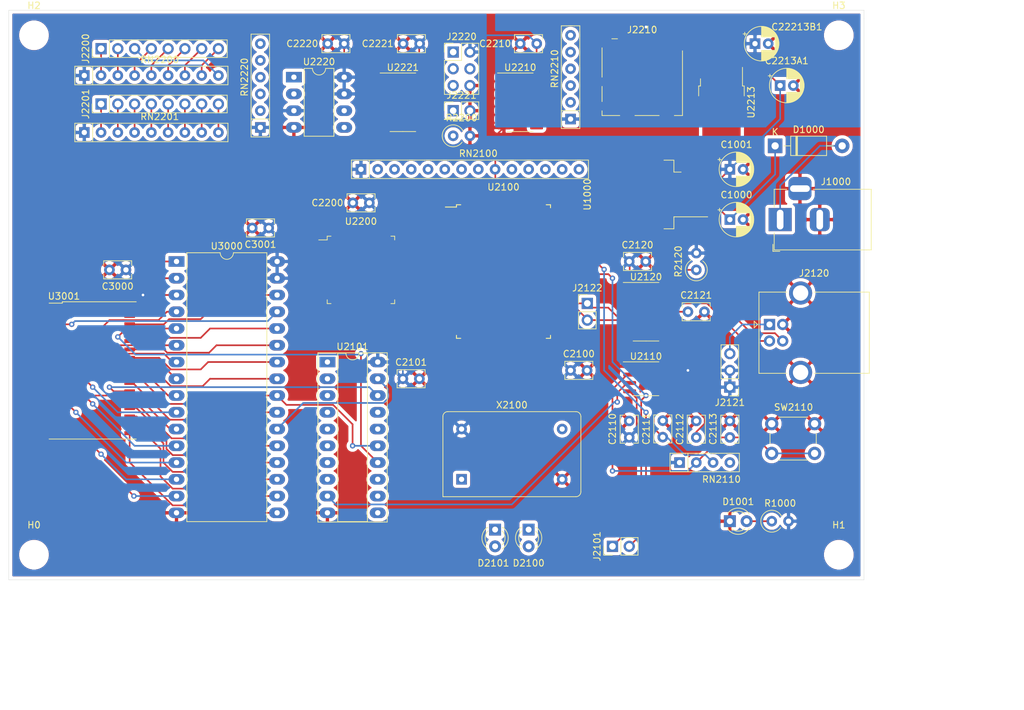
<source format=kicad_pcb>
(kicad_pcb (version 20171130) (host pcbnew "(5.1.10)-1")
  (layers (0 F.Cu signal) (31 B.Cu signal) (34 B.Paste user) (35 F.Paste user) (36 B.SilkS user) (37 F.SilkS user) (38 B.Mask user) (39 F.Mask user) (44 Edge.Cuts user))
  (net 0 "")
  (net 1 +5V)
  (net 2 GND)
  (net 3 "Net-(U2100-Pad30)")
  (net 4 "Net-(U2100-Pad14)")
  (net 5 "Net-(U2100-Pad2)")
  (net 6 "Net-(U2100-Pad3)")
  (net 7 "Net-(U2100-Pad75)")
  (net 8 "Net-(U2100-Pad74)")
  (net 9 "Net-(U2100-Pad67)")
  (net 10 "Net-(U2100-Pad64)")
  (net 11 "Net-(U2100-Pad63)")
  (net 12 "Net-(U2100-Pad62)")
  (net 13 "Net-(U2100-Pad60)")
  (net 14 "Net-(U2100-Pad55)")
  (net 15 "Net-(U2100-Pad53)")
  (net 16 "Net-(U2100-Pad51)")
  (net 17 "Net-(U2100-Pad43)")
  (net 18 "Net-(U2100-Pad42)")
  (net 19 "Net-(U2100-Pad23)")
  (net 20 "Net-(U2100-Pad22)")
  (net 21 /2000_Z80/2100_ALTCPU/INT)
  (net 22 "Net-(U2200-Pad30)")
  (net 23 "Net-(U2200-Pad29)")
  (net 24 "Net-(U2200-Pad28)")
  (net 25 "Net-(U2200-Pad25)")
  (net 26 "Net-(U2200-Pad24)")
  (net 27 "Net-(U2200-Pad23)")
  (net 28 "Net-(U2200-Pad17)")
  (net 29 /2000_Z80/2200_PERP_ALT/CS4)
  (net 30 /2000_Z80/2200_PERP_ALT/CS3)
  (net 31 /2000_Z80/2200_PERP_ALT/CS2)
  (net 32 /2000_Z80/2200_PERP_ALT/CS1)
  (net 33 /2000_Z80/2200_PERP_ALT/CS0)
  (net 34 /2000_Z80/2200_PERP_ALT/MISO)
  (net 35 /2000_Z80/2200_PERP_ALT/SCK)
  (net 36 /2000_Z80/2200_PERP_ALT/MOSI)
  (net 37 "Net-(U2200-Pad2)")
  (net 38 +3V3)
  (net 39 /2000_Z80/2200_PERP_ALT/CLK)
  (net 40 "Net-(U2200-Pad39)")
  (net 41 /2000_Z80/ROM_CS)
  (net 42 /2000_Z80/RAM_CS)
  (net 43 /2000_Z80/READ)
  (net 44 "Net-(U2100-Pad57)")
  (net 45 "Net-(U2100-Pad56)")
  (net 46 /2000_Z80/2100_ALTCPU/A19)
  (net 47 /2000_Z80/2100_ALTCPU/A18)
  (net 48 /2000_Z80/2100_ALTCPU/A17)
  (net 49 /2000_Z80/2100_ALTCPU/A16)
  (net 50 /2000_Z80/2100_ALTCPU/A15)
  (net 51 /2000_Z80/2100_ALTCPU/A14)
  (net 52 /2000_Z80/2100_ALTCPU/A13)
  (net 53 /2000_Z80/2100_ALTCPU/A12)
  (net 54 /2000_Z80/2100_ALTCPU/A11)
  (net 55 /2000_Z80/2100_ALTCPU/A10)
  (net 56 /2000_Z80/2100_ALTCPU/A9)
  (net 57 /2000_Z80/2100_ALTCPU/A8)
  (net 58 /2000_Z80/2100_ALTCPU/2110_Reset/Reset)
  (net 59 "Net-(C2112-Pad1)")
  (net 60 "Net-(C2113-Pad1)")
  (net 61 /2000_Z80/2100_ALTCPU/M1)
  (net 62 "Net-(J2120-Pad3)")
  (net 63 "Net-(J2120-Pad2)")
  (net 64 "Net-(J2120-Pad1)")
  (net 65 "Net-(J2201-Pad8)")
  (net 66 "Net-(J2201-Pad7)")
  (net 67 "Net-(J2201-Pad6)")
  (net 68 "Net-(J2201-Pad5)")
  (net 69 "Net-(J2201-Pad4)")
  (net 70 "Net-(J2201-Pad3)")
  (net 71 "Net-(J2201-Pad2)")
  (net 72 "Net-(J2201-Pad1)")
  (net 73 "Net-(J2210-Pad9)")
  (net 74 "Net-(J2210-Pad10)")
  (net 75 /2000_Z80/2200_PERP_ALT/2210_SD_Card/SD_MISO)
  (net 76 /2000_Z80/2200_PERP_ALT/2210_SD_Card/SD_SCK)
  (net 77 /2000_Z80/2200_PERP_ALT/2210_SD_Card/SD_MOSI)
  (net 78 /2000_Z80/2200_PERP_ALT/2210_SD_Card/SD_CS)
  (net 79 "Net-(J2210-Pad8)")
  (net 80 "Net-(J2210-Pad1)")
  (net 81 "Net-(J2220-Pad5)")
  (net 82 /2000_Z80/2200_PERP_ALT/2220_ROM/LC_MOSI)
  (net 83 /2000_Z80/2200_PERP_ALT/2220_ROM/LC_SCK)
  (net 84 /2000_Z80/2200_PERP_ALT/2220_ROM/LC_MISO)
  (net 85 "Net-(RN2210-Pad6)")
  (net 86 /2000_Z80/2200_PERP_ALT/2220_ROM/PROG_EN)
  (net 87 /2000_Z80/2100_ALTCPU/CLK)
  (net 88 /2000_Z80/2100_ALTCPU/RD)
  (net 89 /2000_Z80/2100_ALTCPU/WR)
  (net 90 /2000_Z80/2100_ALTCPU/MREQ)
  (net 91 /2000_Z80/2100_ALTCPU/IORQ)
  (net 92 /3000_Memory/A7)
  (net 93 /3000_Memory/A6)
  (net 94 /3000_Memory/A5)
  (net 95 /3000_Memory/A4)
  (net 96 /3000_Memory/A3)
  (net 97 /3000_Memory/A2)
  (net 98 /3000_Memory/A1)
  (net 99 /3000_Memory/A0)
  (net 100 /3000_Memory/D7)
  (net 101 /3000_Memory/D6)
  (net 102 /3000_Memory/D5)
  (net 103 /3000_Memory/D4)
  (net 104 /3000_Memory/D3)
  (net 105 /3000_Memory/D2)
  (net 106 /3000_Memory/D1)
  (net 107 /3000_Memory/D0)
  (net 108 /2000_Z80/2200_PERP_ALT/CS)
  (net 109 /2000_Z80/WRITE)
  (net 110 "Net-(U2120-Pad10)")
  (net 111 "Net-(U2120-Pad9)")
  (net 112 "Net-(U2120-Pad8)")
  (net 113 "Net-(U2120-Pad7)")
  (net 114 "Net-(U2120-Pad3)")
  (net 115 "Net-(U2120-Pad2)")
  (net 116 "Net-(U2210-Pad12)")
  (net 117 "Net-(U2210-Pad10)")
  (net 118 /2000_Z80/2200_PERP_ALT/2220_ROM/LC_CS)
  (net 119 /3000_Memory/A13)
  (net 120 /3000_Memory/A8)
  (net 121 /3000_Memory/A9)
  (net 122 /3000_Memory/A11)
  (net 123 /3000_Memory/A10)
  (net 124 /3000_Memory/A12)
  (net 125 /3000_Memory/A14)
  (net 126 /3000_Memory/A15)
  (net 127 /3000_Memory/A17)
  (net 128 /3000_Memory/A16)
  (net 129 /3000_Memory/A18)
  (net 130 "Net-(X2100-Pad1)")
  (net 131 /2000_Z80/2100_ALTCPU/RTS0)
  (net 132 "Net-(RN2110-Pad4)")
  (net 133 "Net-(D1000-Pad2)")
  (net 134 "Net-(U2101-Pad11)")
  (net 135 "Net-(C2121-Pad1)")
  (net 136 /2000_Z80/2100_ALTCPU/AUX_CS)
  (net 137 "Net-(D2100-Pad2)")
  (net 138 "Net-(D2101-Pad2)")
  (net 139 /2000_Z80/2100_ALTCPU/HALT)
  (net 140 /2000_Z80/2100_ALTCPU/RX)
  (net 141 /2000_Z80/2100_ALTCPU/DREQ1)
  (net 142 /2000_Z80/2100_ALTCPU/CTS0)
  (net 143 /2000_Z80/2100_ALTCPU/BUSREQ)
  (net 144 /2000_Z80/2100_ALTCPU/WAIT)
  (net 145 /2000_Z80/2100_ALTCPU/NMI)
  (net 146 /2000_Z80/2100_ALTCPU/INT2)
  (net 147 /2000_Z80/2100_ALTCPU/INT1)
  (net 148 "Net-(C1000-Pad1)")
  (net 149 /2000_Z80/2100_ALTCPU/TX)
  (net 150 "Net-(J2101-Pad2)")
  (net 151 "Net-(J2101-Pad1)")
  (net 152 "Net-(C2111-Pad1)")
  (net 153 "Net-(D1001-Pad2)")
  (net 154 /2000_Z80/2100_ALTCPU/BUSACK)
  (net 155 /2000_Z80/2100_ALTCPU/C_RST)
  (net 156 /2000_Z80/2100_ALTCPU/CKS)
  (net 157 /2000_Z80/2100_ALTCPU/DCD0)
  (net 158 /2000_Z80/2100_ALTCPU/RXS)
  (net 159 /2000_Z80/2200_PERP_ALT/2220_ROM/LC_HOLD)
  (net 160 "Net-(U2100-Pad50)")
  (net 161 "Net-(U2100-Pad7)")
  (net 162 "Net-(U2101-Pad13)")
  (module Capacitor_THT:C_Rect_L4.0mm_W2.5mm_P2.50mm (layer F.Cu) (at 139.7 104.14)
    (fp_text reference C2101 (at 1.25 -2.5) (layer F.SilkS))
    (fp_text value 22pf)
    (pad 2 thru_hole circle (at 2.5 0) (size 1.6 1.6) (drill 0.8) (layers *.Cu *.Mask) (net 2 GND))
    (pad 1 thru_hole circle (at 0 0) (size 1.6 1.6) (drill 0.8) (layers *.Cu *.Mask) (net 1 +5V))
  )
  (module Capacitor_THT:C_Rect_L4.0mm_W2.5mm_P2.50mm (layer F.Cu) (at 165.1 102.87)
    (fp_text reference C2100 (at 1.25 -2.5) (layer F.SilkS))
    (fp_text value 22pf)
    (pad 2 thru_hole circle (at 2.5 0) (size 1.6 1.6) (drill 0.8) (layers *.Cu *.Mask) (net 2 GND))
    (pad 1 thru_hole circle (at 0 0) (size 1.6 1.6) (drill 0.8) (layers *.Cu *.Mask) (net 1 +5V))
  )
  (module Resistor_THT:R_Axial_DIN0309_L9.0mm_D3.2mm_P2.54mm_Vertical (layer F.Cu) (at 184.15 87.63 90)
    (fp_text reference R2120 (at 1.27 -2.72 90) (layer F.SilkS))
    (fp_text value 100k)
    (pad 2 thru_hole oval (at 2.54 0 90) (size 1.6 1.6) (drill 0.8) (layers *.Cu *.Mask) (net 1 +5V))
    (pad 1 thru_hole circle (at 0 0 90) (size 1.6 1.6) (drill 0.8) (layers *.Cu *.Mask) (net 140 /2000_Z80/2100_ALTCPU/RX))
  )
  (module Resistor_THT:R_Array_SIP14 (layer F.Cu) (at 133.35 72.39)
    (fp_text reference RN2100 (at 17.78 -2.4) (layer F.SilkS))
    (fp_text value 10k)
    (pad 14 thru_hole oval (at 33.02 0) (size 1.6 1.6) (drill 0.8) (layers *.Cu *.Mask) (net 156 /2000_Z80/2100_ALTCPU/CKS))
    (pad 13 thru_hole oval (at 30.48 0) (size 1.6 1.6) (drill 0.8) (layers *.Cu *.Mask) (net 157 /2000_Z80/2100_ALTCPU/DCD0))
    (pad 12 thru_hole oval (at 27.94 0) (size 1.6 1.6) (drill 0.8) (layers *.Cu *.Mask) (net 141 /2000_Z80/2100_ALTCPU/DREQ1))
    (pad 11 thru_hole oval (at 25.4 0) (size 1.6 1.6) (drill 0.8) (layers *.Cu *.Mask) (net 158 /2000_Z80/2100_ALTCPU/RXS))
    (pad 10 thru_hole oval (at 22.86 0) (size 1.6 1.6) (drill 0.8) (layers *.Cu *.Mask) (net 142 /2000_Z80/2100_ALTCPU/CTS0))
    (pad 9 thru_hole oval (at 20.32 0) (size 1.6 1.6) (drill 0.8) (layers *.Cu *.Mask) (net 143 /2000_Z80/2100_ALTCPU/BUSREQ))
    (pad 8 thru_hole oval (at 17.78 0) (size 1.6 1.6) (drill 0.8) (layers *.Cu *.Mask) (net 144 /2000_Z80/2100_ALTCPU/WAIT))
    (pad 7 thru_hole oval (at 15.24 0) (size 1.6 1.6) (drill 0.8) (layers *.Cu *.Mask) (net 145 /2000_Z80/2100_ALTCPU/NMI))
    (pad 6 thru_hole oval (at 12.7 0) (size 1.6 1.6) (drill 0.8) (layers *.Cu *.Mask) (net 146 /2000_Z80/2100_ALTCPU/INT2))
    (pad 5 thru_hole oval (at 10.16 0) (size 1.6 1.6) (drill 0.8) (layers *.Cu *.Mask) (net 147 /2000_Z80/2100_ALTCPU/INT1))
    (pad 4 thru_hole oval (at 7.62 0) (size 1.6 1.6) (drill 0.8) (layers *.Cu *.Mask) (net 21 /2000_Z80/2100_ALTCPU/INT))
    (pad 3 thru_hole oval (at 5.08 0) (size 1.6 1.6) (drill 0.8) (layers *.Cu *.Mask) (net 138 "Net-(D2101-Pad2)"))
    (pad 2 thru_hole oval (at 2.54 0) (size 1.6 1.6) (drill 0.8) (layers *.Cu *.Mask) (net 137 "Net-(D2100-Pad2)"))
    (pad 1 thru_hole rect (at 0 0) (size 1.6 1.6) (drill 0.8) (layers *.Cu *.Mask) (net 1 +5V))
  )
  (module Resistor_THT:R_Axial_DIN0309_L9.0mm_D3.2mm_P2.54mm_Vertical (layer F.Cu) (at 147.32 67.31)
    (fp_text reference R2200 (at 1.27 -2.72) (layer F.SilkS))
    (fp_text value 10k)
    (pad 2 thru_hole oval (at 2.54 0) (size 1.6 1.6) (drill 0.8) (layers *.Cu *.Mask) (net 2 GND))
    (pad 1 thru_hole circle (at 0 0) (size 1.6 1.6) (drill 0.8) (layers *.Cu *.Mask) (net 118 /2000_Z80/2200_PERP_ALT/2220_ROM/LC_CS))
  )
  (module Resistor_THT:R_Axial_DIN0309_L9.0mm_D3.2mm_P2.54mm_Vertical (layer F.Cu) (at 195.58 125.73)
    (fp_text reference R1000 (at 1.27 -2.72) (layer F.SilkS))
    (fp_text value 2.2K)
    (pad 2 thru_hole oval (at 2.54 0) (size 1.6 1.6) (drill 0.8) (layers *.Cu *.Mask) (net 1 +5V))
    (pad 1 thru_hole circle (at 0 0) (size 1.6 1.6) (drill 0.8) (layers *.Cu *.Mask) (net 153 "Net-(D1001-Pad2)"))
  )
  (module LED_THT:LED_D3.0mm (layer F.Cu) (at 189.23 125.73)
    (fp_text reference D1001 (at 1.27 -2.96) (layer F.SilkS))
    (fp_text value LED)
    (pad 2 thru_hole circle (at 2.54 0) (size 1.8 1.8) (drill 0.9) (layers *.Cu *.Mask) (net 153 "Net-(D1001-Pad2)"))
    (pad 1 thru_hole rect (at 0 0) (size 1.8 1.8) (drill 0.9) (layers *.Cu *.Mask) (net 2 GND))
  )
  (module Connector_PinHeader_2.54mm:PinHeader_1x02_P2.54mm_Vertical (layer F.Cu) (at 167.64 92.71)
    (fp_text reference J2122 (at 0 -2.33) (layer F.SilkS))
    (fp_text value Conn_01x02_Male)
    (pad 1 thru_hole rect (at 0 0) (size 1.7 1.7) (drill 1) (layers *.Cu *.Mask) (net 140 /2000_Z80/2100_ALTCPU/RX))
    (pad 2 thru_hole oval (at 0 2.54) (size 1.7 1.7) (drill 1) (layers *.Cu *.Mask) (net 149 /2000_Z80/2100_ALTCPU/TX))
  )
  (module Connector_PinHeader_2.54mm:PinHeader_1x02_P2.54mm_Vertical (layer F.Cu) (at 171.45 129.54 90)
    (fp_text reference J2101 (at 0 -2.33 90) (layer F.SilkS))
    (fp_text value Conn_01x02_Male)
    (pad 2 thru_hole oval (at 0 2.54 90) (size 1.7 1.7) (drill 1) (layers *.Cu *.Mask) (net 150 "Net-(J2101-Pad2)"))
    (pad 1 thru_hole rect (at 0 0 90) (size 1.7 1.7) (drill 1) (layers *.Cu *.Mask) (net 151 "Net-(J2101-Pad1)"))
  )
  (module Capacitor_THT:CP_Radial_D5.0mm_P2.00mm (layer F.Cu) (at 193.04 53.34)
    (fp_text reference C22213B1 (at 6.35 -2.54) (layer F.SilkS))
    (fp_text value 22uF)
    (pad 2 thru_hole circle (at 2 0) (size 1.6 1.6) (drill 0.8) (layers *.Cu *.Mask) (net 2 GND))
    (pad 1 thru_hole rect (at 0 0) (size 1.6 1.6) (drill 0.8) (layers *.Cu *.Mask) (net 38 +3V3))
  )
  (module Capacitor_THT:CP_Radial_D5.0mm_P2.00mm (layer F.Cu) (at 196.85 59.69)
    (fp_text reference C2213A1 (at 1 -3.75) (layer F.SilkS))
    (fp_text value .1uF)
    (pad 2 thru_hole circle (at 2 0) (size 1.6 1.6) (drill 0.8) (layers *.Cu *.Mask) (net 2 GND))
    (pad 1 thru_hole rect (at 0 0) (size 1.6 1.6) (drill 0.8) (layers *.Cu *.Mask) (net 1 +5V))
  )
  (module Capacitor_THT:CP_Radial_D5.0mm_P2.00mm (layer F.Cu) (at 189.23 72.39)
    (fp_text reference C1001 (at 1 -3.75) (layer F.SilkS))
    (fp_text value >.1uF)
    (pad 2 thru_hole circle (at 2 0) (size 1.6 1.6) (drill 0.8) (layers *.Cu *.Mask) (net 2 GND))
    (pad 1 thru_hole rect (at 0 0) (size 1.6 1.6) (drill 0.8) (layers *.Cu *.Mask) (net 1 +5V))
  )
  (module Capacitor_THT:CP_Radial_D5.0mm_P2.00mm (layer F.Cu) (at 189.23 80.01)
    (fp_text reference C1000 (at 1 -3.75) (layer F.SilkS))
    (fp_text value .33uF)
    (pad 2 thru_hole circle (at 2 0) (size 1.6 1.6) (drill 0.8) (layers *.Cu *.Mask) (net 2 GND))
    (pad 1 thru_hole rect (at 0 0) (size 1.6 1.6) (drill 0.8) (layers *.Cu *.Mask) (net 148 "Net-(C1000-Pad1)"))
  )
  (module MountingHole:MountingHole_3.5mm (layer F.Cu) (at 205.74 52.07)
    (fp_text reference H3 (at 0 -4.5) (layer F.SilkS))
    (fp_text value MountingHole)
    (pad 1 np_thru_hole circle (at 0 0) (size 3.5 3.5) (drill 3.5) (layers *.Cu *.Mask))
  )
  (module MountingHole:MountingHole_3.5mm (layer F.Cu) (at 83.82 52.07)
    (fp_text reference H2 (at 0 -4.5) (layer F.SilkS))
    (fp_text value MountingHole)
    (pad 1 np_thru_hole circle (at 0 0) (size 3.5 3.5) (drill 3.5) (layers *.Cu *.Mask))
  )
  (module MountingHole:MountingHole_3.5mm (layer F.Cu) (at 205.74 130.81)
    (fp_text reference H1 (at 0 -4.5) (layer F.SilkS))
    (fp_text value MountingHole)
    (pad 1 np_thru_hole circle (at 0 0) (size 3.5 3.5) (drill 3.5) (layers *.Cu *.Mask))
  )
  (module MountingHole:MountingHole_3.5mm (layer F.Cu) (at 83.82 130.81)
    (fp_text reference H0 (at 0 -4.5) (layer F.SilkS))
    (fp_text value MountingHole)
    (pad 1 np_thru_hole circle (at 0 0) (size 3.5 3.5) (drill 3.5) (layers *.Cu *.Mask))
  )
  (module Resistor_THT:R_Array_SIP6 (layer F.Cu) (at 118.11 66.04 90)
    (fp_text reference RN2220 (at 7.62 -2.4 90) (layer F.SilkS))
    (fp_text value R_Network05)
    (pad 6 thru_hole oval (at 12.7 0 90) (size 1.6 1.6) (drill 0.8) (layers *.Cu *.Mask) (net 86 /2000_Z80/2200_PERP_ALT/2220_ROM/PROG_EN))
    (pad 5 thru_hole oval (at 10.16 0 90) (size 1.6 1.6) (drill 0.8) (layers *.Cu *.Mask) (net 159 /2000_Z80/2200_PERP_ALT/2220_ROM/LC_HOLD))
    (pad 4 thru_hole oval (at 7.62 0 90) (size 1.6 1.6) (drill 0.8) (layers *.Cu *.Mask) (net 84 /2000_Z80/2200_PERP_ALT/2220_ROM/LC_MISO))
    (pad 3 thru_hole oval (at 5.08 0 90) (size 1.6 1.6) (drill 0.8) (layers *.Cu *.Mask) (net 83 /2000_Z80/2200_PERP_ALT/2220_ROM/LC_SCK))
    (pad 2 thru_hole oval (at 2.54 0 90) (size 1.6 1.6) (drill 0.8) (layers *.Cu *.Mask) (net 82 /2000_Z80/2200_PERP_ALT/2220_ROM/LC_MOSI))
    (pad 1 thru_hole rect (at 0 0 90) (size 1.6 1.6) (drill 0.8) (layers *.Cu *.Mask) (net 1 +5V))
  )
  (module Resistor_THT:R_Array_SIP6 (layer F.Cu) (at 165.1 64.77 90)
    (fp_text reference RN2210 (at 7.62 -2.4 90) (layer F.SilkS))
    (fp_text value 10k)
    (pad 6 thru_hole oval (at 12.7 0 90) (size 1.6 1.6) (drill 0.8) (layers *.Cu *.Mask) (net 85 "Net-(RN2210-Pad6)"))
    (pad 5 thru_hole oval (at 10.16 0 90) (size 1.6 1.6) (drill 0.8) (layers *.Cu *.Mask) (net 77 /2000_Z80/2200_PERP_ALT/2210_SD_Card/SD_MOSI))
    (pad 4 thru_hole oval (at 7.62 0 90) (size 1.6 1.6) (drill 0.8) (layers *.Cu *.Mask) (net 76 /2000_Z80/2200_PERP_ALT/2210_SD_Card/SD_SCK))
    (pad 3 thru_hole oval (at 5.08 0 90) (size 1.6 1.6) (drill 0.8) (layers *.Cu *.Mask) (net 75 /2000_Z80/2200_PERP_ALT/2210_SD_Card/SD_MISO))
    (pad 2 thru_hole oval (at 2.54 0 90) (size 1.6 1.6) (drill 0.8) (layers *.Cu *.Mask) (net 78 /2000_Z80/2200_PERP_ALT/2210_SD_Card/SD_CS))
    (pad 1 thru_hole rect (at 0 0 90) (size 1.6 1.6) (drill 0.8) (layers *.Cu *.Mask) (net 38 +3V3))
  )
  (module Connector_PinHeader_2.54mm:PinHeader_2x01_P2.54mm_Vertical (layer F.Cu) (at 147.32 63.5)
    (fp_text reference J2221 (at 1.27 -2.33) (layer F.SilkS))
    (fp_text value Conn_01x02_Male hide)
    (pad 2 thru_hole oval (at 2.54 0) (size 1.7 1.7) (drill 1) (layers *.Cu *.Mask) (net 2 GND))
    (pad 1 thru_hole rect (at 0 0) (size 1.7 1.7) (drill 1) (layers *.Cu *.Mask) (net 86 /2000_Z80/2200_PERP_ALT/2220_ROM/PROG_EN))
  )
  (module Connector_PinHeader_2.54mm:PinHeader_1x03_P2.54mm_Vertical (layer F.Cu) (at 189.23 105.41 180)
    (fp_text reference J2121 (at 0 -2.33) (layer F.SilkS))
    (fp_text value Conn_01x03_Male)
    (pad 3 thru_hole oval (at 0 5.08 180) (size 1.7 1.7) (drill 1) (layers *.Cu *.Mask) (net 64 "Net-(J2120-Pad1)"))
    (pad 2 thru_hole oval (at 0 2.54 180) (size 1.7 1.7) (drill 1) (layers *.Cu *.Mask) (net 1 +5V))
    (pad 1 thru_hole rect (at 0 0 180) (size 1.7 1.7) (drill 1) (layers *.Cu *.Mask) (net 1 +5V))
  )
  (module Capacitor_THT:C_Rect_L4.0mm_W2.5mm_P2.50mm (layer F.Cu) (at 142.24 53.34 180)
    (fp_text reference C2221 (at 6.35 0) (layer F.SilkS))
    (fp_text value 22pf)
    (pad 2 thru_hole circle (at 2.5 0 180) (size 1.6 1.6) (drill 0.8) (layers *.Cu *.Mask) (net 2 GND))
    (pad 1 thru_hole circle (at 0 0 180) (size 1.6 1.6) (drill 0.8) (layers *.Cu *.Mask) (net 1 +5V))
  )
  (module Capacitor_THT:C_Rect_L4.0mm_W2.5mm_P2.50mm (layer F.Cu) (at 130.81 53.34 180)
    (fp_text reference C2220 (at 6.35 0) (layer F.SilkS))
    (fp_text value 22pf)
    (pad 2 thru_hole circle (at 2.5 0 180) (size 1.6 1.6) (drill 0.8) (layers *.Cu *.Mask) (net 2 GND))
    (pad 1 thru_hole circle (at 0 0 180) (size 1.6 1.6) (drill 0.8) (layers *.Cu *.Mask) (net 1 +5V))
  )
  (module Capacitor_THT:C_Rect_L4.0mm_W2.5mm_P2.50mm (layer F.Cu) (at 159.98 53.34 180)
    (fp_text reference C2210 (at 6.31 0) (layer F.SilkS))
    (fp_text value 22pf)
    (pad 2 thru_hole circle (at 2.5 0 180) (size 1.6 1.6) (drill 0.8) (layers *.Cu *.Mask) (net 2 GND))
    (pad 1 thru_hole circle (at 0 0 180) (size 1.6 1.6) (drill 0.8) (layers *.Cu *.Mask) (net 1 +5V))
  )
  (module Capacitor_THT:C_Rect_L4.0mm_W2.5mm_P2.50mm (layer F.Cu) (at 134.62 77.47 180)
    (fp_text reference C2200 (at 6.35 0) (layer F.SilkS))
    (fp_text value 22pf)
    (pad 2 thru_hole circle (at 2.5 0 180) (size 1.6 1.6) (drill 0.8) (layers *.Cu *.Mask) (net 2 GND))
    (pad 1 thru_hole circle (at 0 0 180) (size 1.6 1.6) (drill 0.8) (layers *.Cu *.Mask) (net 1 +5V))
  )
  (module Capacitor_THT:C_Rect_L4.0mm_W2.5mm_P2.50mm (layer F.Cu) (at 182.88 93.98)
    (fp_text reference C2121 (at 1.25 -2.5) (layer F.SilkS))
    (fp_text value 22pF)
    (pad 2 thru_hole circle (at 2.5 0) (size 1.6 1.6) (drill 0.8) (layers *.Cu *.Mask) (net 2 GND))
    (pad 1 thru_hole circle (at 0 0) (size 1.6 1.6) (drill 0.8) (layers *.Cu *.Mask) (net 135 "Net-(C2121-Pad1)"))
  )
  (module Capacitor_THT:C_Rect_L4.0mm_W2.5mm_P2.50mm (layer F.Cu) (at 173.99 86.36)
    (fp_text reference C2120 (at 1.25 -2.5) (layer F.SilkS))
    (fp_text value 22pF)
    (pad 2 thru_hole circle (at 2.5 0) (size 1.6 1.6) (drill 0.8) (layers *.Cu *.Mask) (net 2 GND))
    (pad 1 thru_hole circle (at 0 0) (size 1.6 1.6) (drill 0.8) (layers *.Cu *.Mask) (net 1 +5V))
  )
  (module Package_DIP:DIP-32_W15.24mm_LongPads (layer F.Cu) (at 105.41 86.36)
    (fp_text reference U3000 (at 7.62 -2.33) (layer F.SilkS))
    (fp_text value SST39SF040)
    (pad 32 thru_hole oval (at 15.24 0) (size 2.4 1.6) (drill 0.8) (layers *.Cu *.Mask) (net 1 +5V))
    (pad 16 thru_hole oval (at 0 38.1) (size 2.4 1.6) (drill 0.8) (layers *.Cu *.Mask) (net 2 GND))
    (pad 31 thru_hole oval (at 15.24 2.54) (size 2.4 1.6) (drill 0.8) (layers *.Cu *.Mask) (net 1 +5V))
    (pad 15 thru_hole oval (at 0 35.56) (size 2.4 1.6) (drill 0.8) (layers *.Cu *.Mask) (net 105 /3000_Memory/D2))
    (pad 30 thru_hole oval (at 15.24 5.08) (size 2.4 1.6) (drill 0.8) (layers *.Cu *.Mask) (net 127 /3000_Memory/A17))
    (pad 14 thru_hole oval (at 0 33.02) (size 2.4 1.6) (drill 0.8) (layers *.Cu *.Mask) (net 106 /3000_Memory/D1))
    (pad 29 thru_hole oval (at 15.24 7.62) (size 2.4 1.6) (drill 0.8) (layers *.Cu *.Mask) (net 125 /3000_Memory/A14))
    (pad 13 thru_hole oval (at 0 30.48) (size 2.4 1.6) (drill 0.8) (layers *.Cu *.Mask) (net 107 /3000_Memory/D0))
    (pad 28 thru_hole oval (at 15.24 10.16) (size 2.4 1.6) (drill 0.8) (layers *.Cu *.Mask) (net 119 /3000_Memory/A13))
    (pad 12 thru_hole oval (at 0 27.94) (size 2.4 1.6) (drill 0.8) (layers *.Cu *.Mask) (net 99 /3000_Memory/A0))
    (pad 27 thru_hole oval (at 15.24 12.7) (size 2.4 1.6) (drill 0.8) (layers *.Cu *.Mask) (net 120 /3000_Memory/A8))
    (pad 11 thru_hole oval (at 0 25.4) (size 2.4 1.6) (drill 0.8) (layers *.Cu *.Mask) (net 98 /3000_Memory/A1))
    (pad 26 thru_hole oval (at 15.24 15.24) (size 2.4 1.6) (drill 0.8) (layers *.Cu *.Mask) (net 121 /3000_Memory/A9))
    (pad 10 thru_hole oval (at 0 22.86) (size 2.4 1.6) (drill 0.8) (layers *.Cu *.Mask) (net 97 /3000_Memory/A2))
    (pad 25 thru_hole oval (at 15.24 17.78) (size 2.4 1.6) (drill 0.8) (layers *.Cu *.Mask) (net 122 /3000_Memory/A11))
    (pad 9 thru_hole oval (at 0 20.32) (size 2.4 1.6) (drill 0.8) (layers *.Cu *.Mask) (net 96 /3000_Memory/A3))
    (pad 24 thru_hole oval (at 15.24 20.32) (size 2.4 1.6) (drill 0.8) (layers *.Cu *.Mask) (net 43 /2000_Z80/READ))
    (pad 8 thru_hole oval (at 0 17.78) (size 2.4 1.6) (drill 0.8) (layers *.Cu *.Mask) (net 95 /3000_Memory/A4))
    (pad 23 thru_hole oval (at 15.24 22.86) (size 2.4 1.6) (drill 0.8) (layers *.Cu *.Mask) (net 123 /3000_Memory/A10))
    (pad 7 thru_hole oval (at 0 15.24) (size 2.4 1.6) (drill 0.8) (layers *.Cu *.Mask) (net 94 /3000_Memory/A5))
    (pad 22 thru_hole oval (at 15.24 25.4) (size 2.4 1.6) (drill 0.8) (layers *.Cu *.Mask) (net 41 /2000_Z80/ROM_CS))
    (pad 6 thru_hole oval (at 0 12.7) (size 2.4 1.6) (drill 0.8) (layers *.Cu *.Mask) (net 93 /3000_Memory/A6))
    (pad 21 thru_hole oval (at 15.24 27.94) (size 2.4 1.6) (drill 0.8) (layers *.Cu *.Mask) (net 100 /3000_Memory/D7))
    (pad 5 thru_hole oval (at 0 10.16) (size 2.4 1.6) (drill 0.8) (layers *.Cu *.Mask) (net 92 /3000_Memory/A7))
    (pad 20 thru_hole oval (at 15.24 30.48) (size 2.4 1.6) (drill 0.8) (layers *.Cu *.Mask) (net 101 /3000_Memory/D6))
    (pad 4 thru_hole oval (at 0 7.62) (size 2.4 1.6) (drill 0.8) (layers *.Cu *.Mask) (net 124 /3000_Memory/A12))
    (pad 19 thru_hole oval (at 15.24 33.02) (size 2.4 1.6) (drill 0.8) (layers *.Cu *.Mask) (net 102 /3000_Memory/D5))
    (pad 3 thru_hole oval (at 0 5.08) (size 2.4 1.6) (drill 0.8) (layers *.Cu *.Mask) (net 126 /3000_Memory/A15))
    (pad 18 thru_hole oval (at 15.24 35.56) (size 2.4 1.6) (drill 0.8) (layers *.Cu *.Mask) (net 103 /3000_Memory/D4))
    (pad 2 thru_hole oval (at 0 2.54) (size 2.4 1.6) (drill 0.8) (layers *.Cu *.Mask) (net 128 /3000_Memory/A16))
    (pad 17 thru_hole oval (at 15.24 38.1) (size 2.4 1.6) (drill 0.8) (layers *.Cu *.Mask) (net 104 /3000_Memory/D3))
    (pad 1 thru_hole rect (at 0 0) (size 2.4 1.6) (drill 0.8) (layers *.Cu *.Mask) (net 129 /3000_Memory/A18))
  )
  (module Package_TO_SOT_SMD:TO-263-3_TabPin2 (layer F.Cu) (at 177.8 76.2 180)
    (fp_text reference U1000 (at 10.16 0 90) (layer F.SilkS))
    (fp_text value L7805)
    (pad 1 smd rect (at -5.775 -2.54 180) (size 4.6 1.1) (layers F.Cu F.Paste F.Mask) (net 148 "Net-(C1000-Pad1)"))
    (pad 2 smd rect (at -5.775 0 180) (size 4.6 1.1) (layers F.Cu F.Paste F.Mask) (net 2 GND))
    (pad 3 smd rect (at -5.775 2.54 180) (size 4.6 1.1) (layers F.Cu F.Paste F.Mask) (net 1 +5V))
    (pad 2 smd rect (at 3.375 0 180) (size 9.4 10.8) (layers F.Cu F.Mask) (net 2 GND))
  )
  (module Connector_BarrelJack:BarrelJack_Horizontal (layer F.Cu) (at 196.85 80.01 180)
    (fp_text reference J1000 (at -8.45 5.75) (layer F.SilkS))
    (fp_text value Barrel_Jack_Switch)
    (pad 3 thru_hole roundrect (at -3 4.7 180) (size 3.5 3.5) (drill oval 3 1) (layers *.Cu *.Mask) (net 2 GND))
    (pad 2 thru_hole roundrect (at -6 0 180) (size 3 3.5) (drill oval 1 3) (layers *.Cu *.Mask) (net 2 GND))
    (pad 1 thru_hole rect (at 0 0 180) (size 3.5 3.5) (drill oval 1 3) (layers *.Cu *.Mask) (net 133 "Net-(D1000-Pad2)"))
  )
  (module Diode_THT:D_DO-41_SOD81_P10.16mm_Horizontal (layer F.Cu) (at 196.088 68.834)
    (fp_text reference D1000 (at 5.08 -2.47) (layer F.SilkS))
    (fp_text value 1N4001)
    (fp_text user K (at 0 -2.1) (layer F.SilkS))
    (pad 2 thru_hole oval (at 10.16 0) (size 2.2 2.2) (drill 1.1) (layers *.Cu *.Mask) (net 133 "Net-(D1000-Pad2)"))
    (pad 1 thru_hole rect (at 0 0) (size 2.2 2.2) (drill 1.1) (layers *.Cu *.Mask) (net 148 "Net-(C1000-Pad1)"))
  )
  (module Resistor_THT:R_Array_SIP4 (layer F.Cu) (at 181.61 116.84)
    (fp_text reference RN2110 (at 6.35 2.54) (layer F.SilkS))
    (fp_text value 10k hide)
    (pad 4 thru_hole oval (at 7.62 0) (size 1.6 1.6) (drill 0.8) (layers *.Cu *.Mask) (net 132 "Net-(RN2110-Pad4)"))
    (pad 3 thru_hole oval (at 5.08 0) (size 1.6 1.6) (drill 0.8) (layers *.Cu *.Mask) (net 152 "Net-(C2111-Pad1)"))
    (pad 2 thru_hole oval (at 2.54 0) (size 1.6 1.6) (drill 0.8) (layers *.Cu *.Mask) (net 60 "Net-(C2113-Pad1)"))
    (pad 1 thru_hole rect (at 0 0) (size 1.6 1.6) (drill 0.8) (layers *.Cu *.Mask) (net 1 +5V))
  )
  (module Package_SO:SOIC-8_3.9x4.9mm_P1.27mm (layer F.Cu) (at 176.53 104.14)
    (fp_text reference U2110 (at 0 -3.4) (layer F.SilkS))
    (fp_text value LM555xM)
    (pad 8 smd roundrect (at 2.475 -1.905) (size 1.95 0.6) (layers F.Cu F.Paste F.Mask) (net 1 +5V))
    (pad 7 smd roundrect (at 2.475 -0.635) (size 1.95 0.6) (layers F.Cu F.Paste F.Mask) (net 152 "Net-(C2111-Pad1)"))
    (pad 6 smd roundrect (at 2.475 0.635) (size 1.95 0.6) (layers F.Cu F.Paste F.Mask) (net 152 "Net-(C2111-Pad1)"))
    (pad 5 smd roundrect (at 2.475 1.905) (size 1.95 0.6) (layers F.Cu F.Paste F.Mask) (net 59 "Net-(C2112-Pad1)"))
    (pad 4 smd roundrect (at -2.475 1.905) (size 1.95 0.6) (layers F.Cu F.Paste F.Mask) (net 1 +5V))
    (pad 3 smd roundrect (at -2.475 0.635) (size 1.95 0.6) (layers F.Cu F.Paste F.Mask) (net 58 /2000_Z80/2100_ALTCPU/2110_Reset/Reset))
    (pad 2 smd roundrect (at -2.475 -0.635) (size 1.95 0.6) (layers F.Cu F.Paste F.Mask) (net 60 "Net-(C2113-Pad1)"))
    (pad 1 smd roundrect (at -2.475 -1.905) (size 1.95 0.6) (layers F.Cu F.Paste F.Mask) (net 2 GND))
  )
  (module Package_SO:SOIC-14_3.9x8.7mm_P1.27mm (layer F.Cu) (at 157.48 62.23)
    (fp_text reference U2210 (at 0 -5.28) (layer F.SilkS))
    (fp_text value 74LS07)
    (pad 14 smd roundrect (at 2.475 -3.81) (size 1.95 0.6) (layers F.Cu F.Paste F.Mask) (net 1 +5V))
    (pad 13 smd roundrect (at 2.475 -2.54) (size 1.95 0.6) (layers F.Cu F.Paste F.Mask) (net 1 +5V))
    (pad 12 smd roundrect (at 2.475 -1.27) (size 1.95 0.6) (layers F.Cu F.Paste F.Mask) (net 116 "Net-(U2210-Pad12)"))
    (pad 11 smd roundrect (at 2.475 0) (size 1.95 0.6) (layers F.Cu F.Paste F.Mask) (net 2 GND))
    (pad 10 smd roundrect (at 2.475 1.27) (size 1.95 0.6) (layers F.Cu F.Paste F.Mask) (net 117 "Net-(U2210-Pad10)"))
    (pad 9 smd roundrect (at 2.475 2.54) (size 1.95 0.6) (layers F.Cu F.Paste F.Mask) (net 33 /2000_Z80/2200_PERP_ALT/CS0))
    (pad 8 smd roundrect (at 2.475 3.81) (size 1.95 0.6) (layers F.Cu F.Paste F.Mask) (net 78 /2000_Z80/2200_PERP_ALT/2210_SD_Card/SD_CS))
    (pad 7 smd roundrect (at -2.475 3.81) (size 1.95 0.6) (layers F.Cu F.Paste F.Mask) (net 2 GND))
    (pad 6 smd roundrect (at -2.475 2.54) (size 1.95 0.6) (layers F.Cu F.Paste F.Mask) (net 34 /2000_Z80/2200_PERP_ALT/MISO))
    (pad 5 smd roundrect (at -2.475 1.27) (size 1.95 0.6) (layers F.Cu F.Paste F.Mask) (net 75 /2000_Z80/2200_PERP_ALT/2210_SD_Card/SD_MISO))
    (pad 4 smd roundrect (at -2.475 0) (size 1.95 0.6) (layers F.Cu F.Paste F.Mask) (net 76 /2000_Z80/2200_PERP_ALT/2210_SD_Card/SD_SCK))
    (pad 3 smd roundrect (at -2.475 -1.27) (size 1.95 0.6) (layers F.Cu F.Paste F.Mask) (net 35 /2000_Z80/2200_PERP_ALT/SCK))
    (pad 2 smd roundrect (at -2.475 -2.54) (size 1.95 0.6) (layers F.Cu F.Paste F.Mask) (net 77 /2000_Z80/2200_PERP_ALT/2210_SD_Card/SD_MOSI))
    (pad 1 smd roundrect (at -2.475 -3.81) (size 1.95 0.6) (layers F.Cu F.Paste F.Mask) (net 36 /2000_Z80/2200_PERP_ALT/MOSI))
  )
  (module Package_SO:SOIC-14_3.9x8.7mm_P1.27mm (layer F.Cu) (at 139.7 62.23)
    (fp_text reference U2221 (at 0 -5.28) (layer F.SilkS))
    (fp_text value 74HCT126)
    (pad 14 smd roundrect (at 2.475 -3.81) (size 1.95 0.6) (layers F.Cu F.Paste F.Mask) (net 1 +5V))
    (pad 13 smd roundrect (at 2.475 -2.54) (size 1.95 0.6) (layers F.Cu F.Paste F.Mask) (net 86 /2000_Z80/2200_PERP_ALT/2220_ROM/PROG_EN))
    (pad 12 smd roundrect (at 2.475 -1.27) (size 1.95 0.6) (layers F.Cu F.Paste F.Mask) (net 84 /2000_Z80/2200_PERP_ALT/2220_ROM/LC_MISO))
    (pad 11 smd roundrect (at 2.475 0) (size 1.95 0.6) (layers F.Cu F.Paste F.Mask) (net 34 /2000_Z80/2200_PERP_ALT/MISO))
    (pad 10 smd roundrect (at 2.475 1.27) (size 1.95 0.6) (layers F.Cu F.Paste F.Mask) (net 86 /2000_Z80/2200_PERP_ALT/2220_ROM/PROG_EN))
    (pad 9 smd roundrect (at 2.475 2.54) (size 1.95 0.6) (layers F.Cu F.Paste F.Mask) (net 32 /2000_Z80/2200_PERP_ALT/CS1))
    (pad 8 smd roundrect (at 2.475 3.81) (size 1.95 0.6) (layers F.Cu F.Paste F.Mask) (net 118 /2000_Z80/2200_PERP_ALT/2220_ROM/LC_CS))
    (pad 7 smd roundrect (at -2.475 3.81) (size 1.95 0.6) (layers F.Cu F.Paste F.Mask) (net 2 GND))
    (pad 6 smd roundrect (at -2.475 2.54) (size 1.95 0.6) (layers F.Cu F.Paste F.Mask) (net 83 /2000_Z80/2200_PERP_ALT/2220_ROM/LC_SCK))
    (pad 5 smd roundrect (at -2.475 1.27) (size 1.95 0.6) (layers F.Cu F.Paste F.Mask) (net 35 /2000_Z80/2200_PERP_ALT/SCK))
    (pad 4 smd roundrect (at -2.475 0) (size 1.95 0.6) (layers F.Cu F.Paste F.Mask) (net 86 /2000_Z80/2200_PERP_ALT/2220_ROM/PROG_EN))
    (pad 3 smd roundrect (at -2.475 -1.27) (size 1.95 0.6) (layers F.Cu F.Paste F.Mask) (net 82 /2000_Z80/2200_PERP_ALT/2220_ROM/LC_MOSI))
    (pad 2 smd roundrect (at -2.475 -2.54) (size 1.95 0.6) (layers F.Cu F.Paste F.Mask) (net 36 /2000_Z80/2200_PERP_ALT/MOSI))
    (pad 1 smd roundrect (at -2.475 -3.81) (size 1.95 0.6) (layers F.Cu F.Paste F.Mask) (net 86 /2000_Z80/2200_PERP_ALT/2220_ROM/PROG_EN))
  )
  (module Oscillator:Oscillator_DIP-14 (layer F.Cu) (at 148.59 119.38)
    (fp_text reference X2100 (at 7.62 -11.26) (layer F.SilkS))
    (fp_text value "14.7456 MHz")
    (pad 7 thru_hole circle (at 15.24 0) (size 1.6 1.6) (drill 0.8) (layers *.Cu *.Mask) (net 2 GND))
    (pad 8 thru_hole circle (at 15.24 -7.62) (size 1.6 1.6) (drill 0.8) (layers *.Cu *.Mask) (net 87 /2000_Z80/2100_ALTCPU/CLK))
    (pad 14 thru_hole circle (at 0 -7.62) (size 1.6 1.6) (drill 0.8) (layers *.Cu *.Mask) (net 1 +5V))
    (pad 1 thru_hole rect (at 0 0) (size 1.6 1.6) (drill 0.8) (layers *.Cu *.Mask) (net 130 "Net-(X2100-Pad1)"))
  )
  (module Package_DIP:DIP-8_W7.62mm_LongPads (layer F.Cu) (at 123.19 58.42)
    (fp_text reference U2220 (at 3.81 -2.33) (layer F.SilkS))
    (fp_text value 25LCxxx)
    (pad 8 thru_hole oval (at 7.62 0) (size 2.4 1.6) (drill 0.8) (layers *.Cu *.Mask) (net 1 +5V))
    (pad 4 thru_hole oval (at 0 7.62) (size 2.4 1.6) (drill 0.8) (layers *.Cu *.Mask) (net 2 GND))
    (pad 7 thru_hole oval (at 7.62 2.54) (size 2.4 1.6) (drill 0.8) (layers *.Cu *.Mask) (net 1 +5V))
    (pad 3 thru_hole oval (at 0 5.08) (size 2.4 1.6) (drill 0.8) (layers *.Cu *.Mask) (net 1 +5V))
    (pad 6 thru_hole oval (at 7.62 5.08) (size 2.4 1.6) (drill 0.8) (layers *.Cu *.Mask) (net 83 /2000_Z80/2200_PERP_ALT/2220_ROM/LC_SCK))
    (pad 2 thru_hole oval (at 0 2.54) (size 2.4 1.6) (drill 0.8) (layers *.Cu *.Mask) (net 84 /2000_Z80/2200_PERP_ALT/2220_ROM/LC_MISO))
    (pad 5 thru_hole oval (at 7.62 7.62) (size 2.4 1.6) (drill 0.8) (layers *.Cu *.Mask) (net 82 /2000_Z80/2200_PERP_ALT/2220_ROM/LC_MOSI))
    (pad 1 thru_hole rect (at 0 0) (size 2.4 1.6) (drill 0.8) (layers *.Cu *.Mask) (net 118 /2000_Z80/2200_PERP_ALT/2220_ROM/LC_CS))
  )
  (module Package_TO_SOT_SMD:TO-252-3_TabPin2 (layer F.Cu) (at 187.96 62.23 270)
    (fp_text reference U2213 (at 0 -4.5 90) (layer F.SilkS))
    (fp_text value TL760M33)
    (pad 1 smd rect (at -4.2 -2.28 270) (size 2.2 1.2) (layers F.Cu F.Paste F.Mask) (net 1 +5V))
    (pad 2 smd rect (at -4.2 0 270) (size 2.2 1.2) (layers F.Cu F.Paste F.Mask) (net 2 GND))
    (pad 3 smd rect (at -4.2 2.28 270) (size 2.2 1.2) (layers F.Cu F.Paste F.Mask) (net 38 +3V3))
    (pad 2 smd rect (at 2.1 0 270) (size 6.4 5.8) (layers F.Cu F.Mask) (net 2 GND))
  )
  (module Package_SO:SOIC-14_3.9x8.7mm_P1.27mm (layer F.Cu) (at 176.53 93.98)
    (fp_text reference U2120 (at 0 -5.28) (layer F.SilkS))
    (fp_text value MCP2221AxP)
    (pad 14 smd roundrect (at 2.475 -3.81) (size 1.95 0.6) (layers F.Cu F.Paste F.Mask) (net 2 GND))
    (pad 13 smd roundrect (at 2.475 -2.54) (size 1.95 0.6) (layers F.Cu F.Paste F.Mask) (net 62 "Net-(J2120-Pad3)"))
    (pad 12 smd roundrect (at 2.475 -1.27) (size 1.95 0.6) (layers F.Cu F.Paste F.Mask) (net 63 "Net-(J2120-Pad2)"))
    (pad 11 smd roundrect (at 2.475 0) (size 1.95 0.6) (layers F.Cu F.Paste F.Mask) (net 135 "Net-(C2121-Pad1)"))
    (pad 10 smd roundrect (at 2.475 1.27) (size 1.95 0.6) (layers F.Cu F.Paste F.Mask) (net 110 "Net-(U2120-Pad10)"))
    (pad 9 smd roundrect (at 2.475 2.54) (size 1.95 0.6) (layers F.Cu F.Paste F.Mask) (net 111 "Net-(U2120-Pad9)"))
    (pad 8 smd roundrect (at 2.475 3.81) (size 1.95 0.6) (layers F.Cu F.Paste F.Mask) (net 112 "Net-(U2120-Pad8)"))
    (pad 7 smd roundrect (at -2.475 3.81) (size 1.95 0.6) (layers F.Cu F.Paste F.Mask) (net 113 "Net-(U2120-Pad7)"))
    (pad 6 smd roundrect (at -2.475 2.54) (size 1.95 0.6) (layers F.Cu F.Paste F.Mask) (net 140 /2000_Z80/2100_ALTCPU/RX))
    (pad 5 smd roundrect (at -2.475 1.27) (size 1.95 0.6) (layers F.Cu F.Paste F.Mask) (net 149 /2000_Z80/2100_ALTCPU/TX))
    (pad 4 smd roundrect (at -2.475 0) (size 1.95 0.6) (layers F.Cu F.Paste F.Mask) (net 1 +5V))
    (pad 3 smd roundrect (at -2.475 -1.27) (size 1.95 0.6) (layers F.Cu F.Paste F.Mask) (net 114 "Net-(U2120-Pad3)"))
    (pad 2 smd roundrect (at -2.475 -2.54) (size 1.95 0.6) (layers F.Cu F.Paste F.Mask) (net 115 "Net-(U2120-Pad2)"))
    (pad 1 smd roundrect (at -2.475 -3.81) (size 1.95 0.6) (layers F.Cu F.Paste F.Mask) (net 1 +5V))
  )
  (module Package_DIP:DIP-20_W7.62mm_Socket_LongPads (layer F.Cu) (at 128.27 101.6)
    (fp_text reference U2101 (at 3.81 -2.33) (layer F.SilkS))
    (fp_text value GAL16V8)
    (pad 20 thru_hole oval (at 7.62 0) (size 2.4 1.6) (drill 0.8) (layers *.Cu *.Mask) (net 1 +5V))
    (pad 10 thru_hole oval (at 0 22.86) (size 2.4 1.6) (drill 0.8) (layers *.Cu *.Mask) (net 2 GND))
    (pad 19 thru_hole oval (at 7.62 2.54) (size 2.4 1.6) (drill 0.8) (layers *.Cu *.Mask) (net 41 /2000_Z80/ROM_CS))
    (pad 9 thru_hole oval (at 0 20.32) (size 2.4 1.6) (drill 0.8) (layers *.Cu *.Mask) (net 58 /2000_Z80/2100_ALTCPU/2110_Reset/Reset))
    (pad 18 thru_hole oval (at 7.62 5.08) (size 2.4 1.6) (drill 0.8) (layers *.Cu *.Mask) (net 42 /2000_Z80/RAM_CS))
    (pad 8 thru_hole oval (at 0 17.78) (size 2.4 1.6) (drill 0.8) (layers *.Cu *.Mask) (net 46 /2000_Z80/2100_ALTCPU/A19))
    (pad 17 thru_hole oval (at 7.62 7.62) (size 2.4 1.6) (drill 0.8) (layers *.Cu *.Mask) (net 136 /2000_Z80/2100_ALTCPU/AUX_CS))
    (pad 7 thru_hole oval (at 0 15.24) (size 2.4 1.6) (drill 0.8) (layers *.Cu *.Mask) (net 47 /2000_Z80/2100_ALTCPU/A18))
    (pad 16 thru_hole oval (at 7.62 10.16) (size 2.4 1.6) (drill 0.8) (layers *.Cu *.Mask) (net 108 /2000_Z80/2200_PERP_ALT/CS))
    (pad 6 thru_hole oval (at 0 12.7) (size 2.4 1.6) (drill 0.8) (layers *.Cu *.Mask) (net 100 /3000_Memory/D7))
    (pad 15 thru_hole oval (at 7.62 12.7) (size 2.4 1.6) (drill 0.8) (layers *.Cu *.Mask) (net 43 /2000_Z80/READ))
    (pad 5 thru_hole oval (at 0 10.16) (size 2.4 1.6) (drill 0.8) (layers *.Cu *.Mask) (net 131 /2000_Z80/2100_ALTCPU/RTS0))
    (pad 14 thru_hole oval (at 7.62 15.24) (size 2.4 1.6) (drill 0.8) (layers *.Cu *.Mask) (net 109 /2000_Z80/WRITE))
    (pad 4 thru_hole oval (at 0 7.62) (size 2.4 1.6) (drill 0.8) (layers *.Cu *.Mask) (net 89 /2000_Z80/2100_ALTCPU/WR))
    (pad 13 thru_hole oval (at 7.62 17.78) (size 2.4 1.6) (drill 0.8) (layers *.Cu *.Mask) (net 162 "Net-(U2101-Pad13)"))
    (pad 3 thru_hole oval (at 0 5.08) (size 2.4 1.6) (drill 0.8) (layers *.Cu *.Mask) (net 88 /2000_Z80/2100_ALTCPU/RD))
    (pad 12 thru_hole oval (at 7.62 20.32) (size 2.4 1.6) (drill 0.8) (layers *.Cu *.Mask) (net 155 /2000_Z80/2100_ALTCPU/C_RST))
    (pad 2 thru_hole oval (at 0 2.54) (size 2.4 1.6) (drill 0.8) (layers *.Cu *.Mask) (net 91 /2000_Z80/2100_ALTCPU/IORQ))
    (pad 11 thru_hole oval (at 7.62 22.86) (size 2.4 1.6) (drill 0.8) (layers *.Cu *.Mask) (net 134 "Net-(U2101-Pad11)"))
    (pad 1 thru_hole rect (at 0 0) (size 2.4 1.6) (drill 0.8) (layers *.Cu *.Mask) (net 90 /2000_Z80/2100_ALTCPU/MREQ))
  )
  (module Button_Switch_THT:SW_PUSH_6mm (layer F.Cu) (at 195.57 110.952)
    (fp_text reference SW2110 (at 3.312 -2.494) (layer F.SilkS))
    (fp_text value SW_Push)
    (pad 1 thru_hole circle (at 6.5 0 90) (size 2 2) (drill 1.1) (layers *.Cu *.Mask) (net 2 GND))
    (pad 2 thru_hole circle (at 6.5 4.5 90) (size 2 2) (drill 1.1) (layers *.Cu *.Mask) (net 60 "Net-(C2113-Pad1)"))
    (pad 1 thru_hole circle (at 0 0 90) (size 2 2) (drill 1.1) (layers *.Cu *.Mask) (net 2 GND))
    (pad 2 thru_hole circle (at 0 4.5 90) (size 2 2) (drill 1.1) (layers *.Cu *.Mask) (net 60 "Net-(C2113-Pad1)"))
  )
  (module Connector_PinHeader_2.54mm:PinHeader_2x03_P2.54mm_Vertical (layer F.Cu) (at 147.32 54.61)
    (fp_text reference J2220 (at 1.27 -2.33) (layer F.SilkS))
    (fp_text value AVR-ISP-6)
    (pad 6 thru_hole oval (at 2.54 5.08) (size 1.7 1.7) (drill 1) (layers *.Cu *.Mask) (net 2 GND))
    (pad 5 thru_hole oval (at 0 5.08) (size 1.7 1.7) (drill 1) (layers *.Cu *.Mask) (net 81 "Net-(J2220-Pad5)"))
    (pad 4 thru_hole oval (at 2.54 2.54) (size 1.7 1.7) (drill 1) (layers *.Cu *.Mask) (net 82 /2000_Z80/2200_PERP_ALT/2220_ROM/LC_MOSI))
    (pad 3 thru_hole oval (at 0 2.54) (size 1.7 1.7) (drill 1) (layers *.Cu *.Mask) (net 83 /2000_Z80/2200_PERP_ALT/2220_ROM/LC_SCK))
    (pad 2 thru_hole oval (at 2.54 0) (size 1.7 1.7) (drill 1) (layers *.Cu *.Mask) (net 1 +5V))
    (pad 1 thru_hole rect (at 0 0) (size 1.7 1.7) (drill 1) (layers *.Cu *.Mask) (net 84 /2000_Z80/2200_PERP_ALT/2220_ROM/LC_MISO))
  )
  (module Connector_Card:microSD_HC_Molex_104031-0811 (layer F.Cu) (at 175.942 58.42)
    (fp_text reference J2210 (at 0 -7.18) (layer F.SilkS))
    (fp_text value Micro_SD_Card_Det)
    (pad 11 smd rect (at 3.73 5.375) (size 1.9 1.35) (layers F.Cu F.Paste F.Mask) (net 2 GND))
    (pad 11 smd rect (at -2.24 5.375) (size 1.9 1.35) (layers F.Cu F.Paste F.Mask) (net 2 GND))
    (pad 9 smd rect (at -5.74 0.7) (size 1.2 1) (layers F.Cu F.Paste F.Mask) (net 73 "Net-(J2210-Pad9)"))
    (pad 10 smd rect (at -5.74 4.4) (size 1.2 1) (layers F.Cu F.Paste F.Mask) (net 74 "Net-(J2210-Pad10)"))
    (pad 11 smd rect (at -5.565 -5.325) (size 1.55 1.35) (layers F.Cu F.Paste F.Mask) (net 2 GND))
    (pad 11 smd rect (at 5.755 -5.1) (size 1.17 1.8) (layers F.Cu F.Paste F.Mask) (net 2 GND))
    (pad 7 smd rect (at 3.495 -5.45) (size 0.85 1.1) (layers F.Cu F.Paste F.Mask) (net 75 /2000_Z80/2200_PERP_ALT/2210_SD_Card/SD_MISO))
    (pad 6 smd rect (at 2.395 -5.45) (size 0.85 1.1) (layers F.Cu F.Paste F.Mask) (net 2 GND))
    (pad 5 smd rect (at 1.295 -5.45) (size 0.85 1.1) (layers F.Cu F.Paste F.Mask) (net 76 /2000_Z80/2200_PERP_ALT/2210_SD_Card/SD_SCK))
    (pad 4 smd rect (at 0.195 -5.45) (size 0.85 1.1) (layers F.Cu F.Paste F.Mask) (net 38 +3V3))
    (pad 3 smd rect (at -0.905 -5.45) (size 0.85 1.1) (layers F.Cu F.Paste F.Mask) (net 77 /2000_Z80/2200_PERP_ALT/2210_SD_Card/SD_MOSI))
    (pad 2 smd rect (at -2.005 -5.45) (size 0.85 1.1) (layers F.Cu F.Paste F.Mask) (net 78 /2000_Z80/2200_PERP_ALT/2210_SD_Card/SD_CS))
    (pad 8 smd rect (at 4.545 -5.45) (size 0.75 1.1) (layers F.Cu F.Paste F.Mask) (net 79 "Net-(J2210-Pad8)"))
    (pad 1 smd rect (at -3.105 -5.45) (size 0.85 1.1) (layers F.Cu F.Paste F.Mask) (net 80 "Net-(J2210-Pad1)"))
  )
  (module Connector_PinHeader_2.54mm:PinHeader_1x08_P2.54mm_Vertical (layer F.Cu) (at 93.98 62.484 90)
    (fp_text reference J2201 (at 0 -2.33 90) (layer F.SilkS))
    (fp_text value Conn_01x08_Male)
    (pad 8 thru_hole oval (at 0 17.78 90) (size 1.7 1.7) (drill 1) (layers *.Cu *.Mask) (net 65 "Net-(J2201-Pad8)"))
    (pad 7 thru_hole oval (at 0 15.24 90) (size 1.7 1.7) (drill 1) (layers *.Cu *.Mask) (net 66 "Net-(J2201-Pad7)"))
    (pad 6 thru_hole oval (at 0 12.7 90) (size 1.7 1.7) (drill 1) (layers *.Cu *.Mask) (net 67 "Net-(J2201-Pad6)"))
    (pad 5 thru_hole oval (at 0 10.16 90) (size 1.7 1.7) (drill 1) (layers *.Cu *.Mask) (net 68 "Net-(J2201-Pad5)"))
    (pad 4 thru_hole oval (at 0 7.62 90) (size 1.7 1.7) (drill 1) (layers *.Cu *.Mask) (net 69 "Net-(J2201-Pad4)"))
    (pad 3 thru_hole oval (at 0 5.08 90) (size 1.7 1.7) (drill 1) (layers *.Cu *.Mask) (net 70 "Net-(J2201-Pad3)"))
    (pad 2 thru_hole oval (at 0 2.54 90) (size 1.7 1.7) (drill 1) (layers *.Cu *.Mask) (net 71 "Net-(J2201-Pad2)"))
    (pad 1 thru_hole rect (at 0 0 90) (size 1.7 1.7) (drill 1) (layers *.Cu *.Mask) (net 72 "Net-(J2201-Pad1)"))
  )
  (module Connector_USB:USB_B_OST_USB-B1HSxx_Horizontal (layer F.Cu) (at 195.237 95.908)
    (fp_text reference J2120 (at 6.76 -7.77) (layer F.SilkS))
    (fp_text value USB_B)
    (pad 5 thru_hole circle (at 4.71 7.27) (size 3.5 3.5) (drill 2.33) (layers *.Cu *.Mask) (net 2 GND))
    (pad 5 thru_hole circle (at 4.71 -4.77) (size 3.5 3.5) (drill 2.33) (layers *.Cu *.Mask) (net 2 GND))
    (pad 4 thru_hole circle (at 2 0) (size 1.7 1.7) (drill 0.92) (layers *.Cu *.Mask) (net 2 GND))
    (pad 3 thru_hole circle (at 2 2.5) (size 1.7 1.7) (drill 0.92) (layers *.Cu *.Mask) (net 62 "Net-(J2120-Pad3)"))
    (pad 2 thru_hole circle (at 0 2.5) (size 1.7 1.7) (drill 0.92) (layers *.Cu *.Mask) (net 63 "Net-(J2120-Pad2)"))
    (pad 1 thru_hole rect (at 0 0) (size 1.7 1.7) (drill 0.92) (layers *.Cu *.Mask) (net 64 "Net-(J2120-Pad1)"))
  )
  (module Capacitor_THT:C_Rect_L4.0mm_W2.5mm_P2.50mm (layer F.Cu) (at 189.23 113.03 90)
    (fp_text reference C2113 (at 1.27 -2.54 270) (layer F.SilkS))
    (fp_text value 100nF)
    (pad 2 thru_hole circle (at 2.5 0 90) (size 1.6 1.6) (drill 0.8) (layers *.Cu *.Mask) (net 2 GND))
    (pad 1 thru_hole circle (at 0 0 90) (size 1.6 1.6) (drill 0.8) (layers *.Cu *.Mask) (net 60 "Net-(C2113-Pad1)"))
  )
  (module Capacitor_THT:C_Rect_L4.0mm_W2.5mm_P2.50mm (layer F.Cu) (at 184.15 113.03 90)
    (fp_text reference C2112 (at 1.25 -2.5 90) (layer F.SilkS))
    (fp_text value 10nF)
    (pad 2 thru_hole circle (at 2.5 0 90) (size 1.6 1.6) (drill 0.8) (layers *.Cu *.Mask) (net 2 GND))
    (pad 1 thru_hole circle (at 0 0 90) (size 1.6 1.6) (drill 0.8) (layers *.Cu *.Mask) (net 59 "Net-(C2112-Pad1)"))
  )
  (module Capacitor_THT:C_Rect_L4.0mm_W2.5mm_P2.50mm (layer F.Cu) (at 179.07 112.99 90)
    (fp_text reference C2111 (at 1.25 -2.5 90) (layer F.SilkS))
    (fp_text value 10uF)
    (pad 2 thru_hole circle (at 2.5 0 90) (size 1.6 1.6) (drill 0.8) (layers *.Cu *.Mask) (net 2 GND))
    (pad 1 thru_hole circle (at 0 0 90) (size 1.6 1.6) (drill 0.8) (layers *.Cu *.Mask) (net 152 "Net-(C2111-Pad1)"))
  )
  (module Capacitor_THT:C_Rect_L4.0mm_W2.5mm_P2.50mm (layer F.Cu) (at 173.99 113.03 90)
    (fp_text reference C2110 (at 1.27 -2.54 90) (layer F.SilkS))
    (fp_text value 22pF)
    (pad 2 thru_hole circle (at 2.5 0 90) (size 1.6 1.6) (drill 0.8) (layers *.Cu *.Mask) (net 2 GND))
    (pad 1 thru_hole circle (at 0 0 90) (size 1.6 1.6) (drill 0.8) (layers *.Cu *.Mask) (net 1 +5V))
  )
  (module Package_SO:TSOP-II-32_21.0x10.2mm_P1.27mm (layer F.Cu) (at 92.71 102.87)
    (fp_text reference U3001 (at -4.35 -11.25) (layer F.SilkS))
    (fp_text value AS6C4008-55PCN)
    (pad 32 smd rect (at 5.6 -9.525) (size 1.6 0.6) (layers F.Cu F.Paste F.Mask) (net 1 +5V))
    (pad 31 smd rect (at 5.6 -8.255) (size 1.6 0.6) (layers F.Cu F.Paste F.Mask) (net 126 /3000_Memory/A15))
    (pad 30 smd rect (at 5.6 -6.985) (size 1.6 0.6) (layers F.Cu F.Paste F.Mask) (net 127 /3000_Memory/A17))
    (pad 29 smd rect (at 5.6 -5.715) (size 1.6 0.6) (layers F.Cu F.Paste F.Mask) (net 109 /2000_Z80/WRITE))
    (pad 28 smd rect (at 5.6 -4.445) (size 1.6 0.6) (layers F.Cu F.Paste F.Mask) (net 119 /3000_Memory/A13))
    (pad 27 smd rect (at 5.6 -3.175) (size 1.6 0.6) (layers F.Cu F.Paste F.Mask) (net 120 /3000_Memory/A8))
    (pad 26 smd rect (at 5.6 -1.905) (size 1.6 0.6) (layers F.Cu F.Paste F.Mask) (net 121 /3000_Memory/A9))
    (pad 25 smd rect (at 5.6 -0.625) (size 1.6 0.6) (layers F.Cu F.Paste F.Mask) (net 122 /3000_Memory/A11))
    (pad 24 smd rect (at 5.6 0.625) (size 1.6 0.6) (layers F.Cu F.Paste F.Mask) (net 43 /2000_Z80/READ))
    (pad 23 smd rect (at 5.6 1.905) (size 1.6 0.6) (layers F.Cu F.Paste F.Mask) (net 123 /3000_Memory/A10))
    (pad 22 smd rect (at 5.6 3.175) (size 1.6 0.6) (layers F.Cu F.Paste F.Mask) (net 42 /2000_Z80/RAM_CS))
    (pad 21 smd rect (at 5.6 4.445) (size 1.6 0.6) (layers F.Cu F.Paste F.Mask) (net 100 /3000_Memory/D7))
    (pad 20 smd rect (at 5.6 5.715) (size 1.6 0.6) (layers F.Cu F.Paste F.Mask) (net 101 /3000_Memory/D6))
    (pad 19 smd rect (at 5.6 6.985) (size 1.6 0.6) (layers F.Cu F.Paste F.Mask) (net 102 /3000_Memory/D5))
    (pad 18 smd rect (at 5.6 8.255) (size 1.6 0.6) (layers F.Cu F.Paste F.Mask) (net 103 /3000_Memory/D4))
    (pad 17 smd rect (at 5.6 9.525) (size 1.6 0.6) (layers F.Cu F.Paste F.Mask) (net 104 /3000_Memory/D3))
    (pad 16 smd rect (at -5.6 9.525) (size 1.6 0.6) (layers F.Cu F.Paste F.Mask) (net 2 GND))
    (pad 15 smd rect (at -5.6 8.255) (size 1.6 0.6) (layers F.Cu F.Paste F.Mask) (net 105 /3000_Memory/D2))
    (pad 14 smd rect (at -5.6 6.985) (size 1.6 0.6) (layers F.Cu F.Paste F.Mask) (net 106 /3000_Memory/D1))
    (pad 13 smd rect (at -5.6 5.715) (size 1.6 0.6) (layers F.Cu F.Paste F.Mask) (net 107 /3000_Memory/D0))
    (pad 12 smd rect (at -5.6 4.445) (size 1.6 0.6) (layers F.Cu F.Paste F.Mask) (net 99 /3000_Memory/A0))
    (pad 11 smd rect (at -5.6 3.175) (size 1.6 0.6) (layers F.Cu F.Paste F.Mask) (net 98 /3000_Memory/A1))
    (pad 10 smd rect (at -5.6 1.905) (size 1.6 0.6) (layers F.Cu F.Paste F.Mask) (net 97 /3000_Memory/A2))
    (pad 9 smd rect (at -5.6 0.625) (size 1.6 0.6) (layers F.Cu F.Paste F.Mask) (net 96 /3000_Memory/A3))
    (pad 8 smd rect (at -5.6 -0.625) (size 1.6 0.6) (layers F.Cu F.Paste F.Mask) (net 95 /3000_Memory/A4))
    (pad 7 smd rect (at -5.6 -1.905) (size 1.6 0.6) (layers F.Cu F.Paste F.Mask) (net 94 /3000_Memory/A5))
    (pad 6 smd rect (at -5.6 -3.175) (size 1.6 0.6) (layers F.Cu F.Paste F.Mask) (net 93 /3000_Memory/A6))
    (pad 5 smd rect (at -5.6 -4.445) (size 1.6 0.6) (layers F.Cu F.Paste F.Mask) (net 92 /3000_Memory/A7))
    (pad 4 smd rect (at -5.6 -5.715) (size 1.6 0.6) (layers F.Cu F.Paste F.Mask) (net 124 /3000_Memory/A12))
    (pad 3 smd rect (at -5.6 -6.985) (size 1.6 0.6) (layers F.Cu F.Paste F.Mask) (net 125 /3000_Memory/A14))
    (pad 2 smd rect (at -5.6 -8.255) (size 1.6 0.6) (layers F.Cu F.Paste F.Mask) (net 128 /3000_Memory/A16))
    (pad 1 smd rect (at -5.6 -9.525) (size 1.6 0.6) (layers F.Cu F.Paste F.Mask) (net 129 /3000_Memory/A18))
  )
  (module Resistor_THT:R_Array_SIP9 (layer F.Cu) (at 91.44 66.802)
    (fp_text reference RN2201 (at 11.43 -2.4) (layer F.SilkS))
    (fp_text value 10k)
    (pad 9 thru_hole oval (at 20.32 0) (size 1.6 1.6) (drill 0.8) (layers *.Cu *.Mask) (net 65 "Net-(J2201-Pad8)"))
    (pad 8 thru_hole oval (at 17.78 0) (size 1.6 1.6) (drill 0.8) (layers *.Cu *.Mask) (net 66 "Net-(J2201-Pad7)"))
    (pad 7 thru_hole oval (at 15.24 0) (size 1.6 1.6) (drill 0.8) (layers *.Cu *.Mask) (net 67 "Net-(J2201-Pad6)"))
    (pad 6 thru_hole oval (at 12.7 0) (size 1.6 1.6) (drill 0.8) (layers *.Cu *.Mask) (net 68 "Net-(J2201-Pad5)"))
    (pad 5 thru_hole oval (at 10.16 0) (size 1.6 1.6) (drill 0.8) (layers *.Cu *.Mask) (net 69 "Net-(J2201-Pad4)"))
    (pad 4 thru_hole oval (at 7.62 0) (size 1.6 1.6) (drill 0.8) (layers *.Cu *.Mask) (net 70 "Net-(J2201-Pad3)"))
    (pad 3 thru_hole oval (at 5.08 0) (size 1.6 1.6) (drill 0.8) (layers *.Cu *.Mask) (net 71 "Net-(J2201-Pad2)"))
    (pad 2 thru_hole oval (at 2.54 0) (size 1.6 1.6) (drill 0.8) (layers *.Cu *.Mask) (net 72 "Net-(J2201-Pad1)"))
    (pad 1 thru_hole rect (at 0 0) (size 1.6 1.6) (drill 0.8) (layers *.Cu *.Mask) (net 1 +5V))
  )
  (module Resistor_THT:R_Array_SIP9 (layer F.Cu) (at 91.44 58.166)
    (fp_text reference RN2200 (at 11.43 -2.4) (layer F.SilkS))
    (fp_text value 10k)
    (pad 9 thru_hole oval (at 20.32 0) (size 1.6 1.6) (drill 0.8) (layers *.Cu *.Mask) (net 36 /2000_Z80/2200_PERP_ALT/MOSI))
    (pad 8 thru_hole oval (at 17.78 0) (size 1.6 1.6) (drill 0.8) (layers *.Cu *.Mask) (net 29 /2000_Z80/2200_PERP_ALT/CS4))
    (pad 7 thru_hole oval (at 15.24 0) (size 1.6 1.6) (drill 0.8) (layers *.Cu *.Mask) (net 30 /2000_Z80/2200_PERP_ALT/CS3))
    (pad 6 thru_hole oval (at 12.7 0) (size 1.6 1.6) (drill 0.8) (layers *.Cu *.Mask) (net 31 /2000_Z80/2200_PERP_ALT/CS2))
    (pad 5 thru_hole oval (at 10.16 0) (size 1.6 1.6) (drill 0.8) (layers *.Cu *.Mask) (net 32 /2000_Z80/2200_PERP_ALT/CS1))
    (pad 4 thru_hole oval (at 7.62 0) (size 1.6 1.6) (drill 0.8) (layers *.Cu *.Mask) (net 33 /2000_Z80/2200_PERP_ALT/CS0))
    (pad 3 thru_hole oval (at 5.08 0) (size 1.6 1.6) (drill 0.8) (layers *.Cu *.Mask) (net 35 /2000_Z80/2200_PERP_ALT/SCK))
    (pad 2 thru_hole oval (at 2.54 0) (size 1.6 1.6) (drill 0.8) (layers *.Cu *.Mask) (net 34 /2000_Z80/2200_PERP_ALT/MISO))
    (pad 1 thru_hole rect (at 0 0) (size 1.6 1.6) (drill 0.8) (layers *.Cu *.Mask) (net 1 +5V))
  )
  (module Connector_PinHeader_2.54mm:PinHeader_1x08_P2.54mm_Vertical (layer F.Cu) (at 93.98 54.102 90)
    (fp_text reference J2200 (at 0 -2.33 90) (layer F.SilkS))
    (fp_text value Conn_01x08_Male)
    (pad 8 thru_hole oval (at 0 17.78 90) (size 1.7 1.7) (drill 1) (layers *.Cu *.Mask) (net 29 /2000_Z80/2200_PERP_ALT/CS4))
    (pad 7 thru_hole oval (at 0 15.24 90) (size 1.7 1.7) (drill 1) (layers *.Cu *.Mask) (net 30 /2000_Z80/2200_PERP_ALT/CS3))
    (pad 6 thru_hole oval (at 0 12.7 90) (size 1.7 1.7) (drill 1) (layers *.Cu *.Mask) (net 31 /2000_Z80/2200_PERP_ALT/CS2))
    (pad 5 thru_hole oval (at 0 10.16 90) (size 1.7 1.7) (drill 1) (layers *.Cu *.Mask) (net 32 /2000_Z80/2200_PERP_ALT/CS1))
    (pad 4 thru_hole oval (at 0 7.62 90) (size 1.7 1.7) (drill 1) (layers *.Cu *.Mask) (net 33 /2000_Z80/2200_PERP_ALT/CS0))
    (pad 3 thru_hole oval (at 0 5.08 90) (size 1.7 1.7) (drill 1) (layers *.Cu *.Mask) (net 36 /2000_Z80/2200_PERP_ALT/MOSI))
    (pad 2 thru_hole oval (at 0 2.54 90) (size 1.7 1.7) (drill 1) (layers *.Cu *.Mask) (net 35 /2000_Z80/2200_PERP_ALT/SCK))
    (pad 1 thru_hole rect (at 0 0 90) (size 1.7 1.7) (drill 1) (layers *.Cu *.Mask) (net 34 /2000_Z80/2200_PERP_ALT/MISO))
  )
  (module LED_THT:LED_D3.0mm (layer F.Cu) (at 153.67 127 270)
    (fp_text reference D2101 (at 5.08 0.254 180) (layer F.SilkS))
    (fp_text value LED)
    (pad 2 thru_hole circle (at 2.54 0 270) (size 1.8 1.8) (drill 0.9) (layers *.Cu *.Mask) (net 138 "Net-(D2101-Pad2)"))
    (pad 1 thru_hole rect (at 0 0 270) (size 1.8 1.8) (drill 0.9) (layers *.Cu *.Mask) (net 139 /2000_Z80/2100_ALTCPU/HALT))
  )
  (module LED_THT:LED_D3.0mm (layer F.Cu) (at 158.75 127 270)
    (fp_text reference D2100 (at 5.08 0 180) (layer F.SilkS))
    (fp_text value LED)
    (pad 2 thru_hole circle (at 2.54 0 270) (size 1.8 1.8) (drill 0.9) (layers *.Cu *.Mask) (net 137 "Net-(D2100-Pad2)"))
    (pad 1 thru_hole rect (at 0 0 270) (size 1.8 1.8) (drill 0.9) (layers *.Cu *.Mask) (net 61 /2000_Z80/2100_ALTCPU/M1))
  )
  (module Package_QFP:LQFP-44_10x10mm_P0.8mm (layer F.Cu) (at 133.35 87.63)
    (fp_text reference U2200 (at 0 -7.35) (layer F.SilkS))
    (fp_text value PIO-LQFP-44)
    (pad 44 smd roundrect (at -4 -5.6625) (size 0.55 1.475) (layers F.Cu F.Paste F.Mask) (net 88 /2000_Z80/2100_ALTCPU/RD))
    (pad 43 smd roundrect (at -3.2 -5.6625) (size 0.55 1.475) (layers F.Cu F.Paste F.Mask) (net 72 "Net-(J2201-Pad1)"))
    (pad 42 smd roundrect (at -2.4 -5.6625) (size 0.55 1.475) (layers F.Cu F.Paste F.Mask) (net 71 "Net-(J2201-Pad2)"))
    (pad 41 smd roundrect (at -1.6 -5.6625) (size 0.55 1.475) (layers F.Cu F.Paste F.Mask) (net 70 "Net-(J2201-Pad3)"))
    (pad 40 smd roundrect (at -0.8 -5.6625) (size 0.55 1.475) (layers F.Cu F.Paste F.Mask) (net 69 "Net-(J2201-Pad4)"))
    (pad 39 smd roundrect (at 0 -5.6625) (size 0.55 1.475) (layers F.Cu F.Paste F.Mask) (net 40 "Net-(U2200-Pad39)"))
    (pad 38 smd roundrect (at 0.8 -5.6625) (size 0.55 1.475) (layers F.Cu F.Paste F.Mask) (net 68 "Net-(J2201-Pad5)"))
    (pad 37 smd roundrect (at 1.6 -5.6625) (size 0.55 1.475) (layers F.Cu F.Paste F.Mask) (net 67 "Net-(J2201-Pad6)"))
    (pad 36 smd roundrect (at 2.4 -5.6625) (size 0.55 1.475) (layers F.Cu F.Paste F.Mask) (net 66 "Net-(J2201-Pad7)"))
    (pad 35 smd roundrect (at 3.2 -5.6625) (size 0.55 1.475) (layers F.Cu F.Paste F.Mask) (net 65 "Net-(J2201-Pad8)"))
    (pad 34 smd roundrect (at 4 -5.6625) (size 0.55 1.475) (layers F.Cu F.Paste F.Mask) (net 1 +5V))
    (pad 33 smd roundrect (at 5.6625 -4) (size 1.475 0.55) (layers F.Cu F.Paste F.Mask) (net 39 /2000_Z80/2200_PERP_ALT/CLK))
    (pad 32 smd roundrect (at 5.6625 -3.2) (size 1.475 0.55) (layers F.Cu F.Paste F.Mask) (net 1 +5V))
    (pad 31 smd roundrect (at 5.6625 -2.4) (size 1.475 0.55) (layers F.Cu F.Paste F.Mask) (net 21 /2000_Z80/2100_ALTCPU/INT))
    (pad 30 smd roundrect (at 5.6625 -1.6) (size 1.475 0.55) (layers F.Cu F.Paste F.Mask) (net 22 "Net-(U2200-Pad30)"))
    (pad 29 smd roundrect (at 5.6625 -0.8) (size 1.475 0.55) (layers F.Cu F.Paste F.Mask) (net 23 "Net-(U2200-Pad29)"))
    (pad 28 smd roundrect (at 5.6625 0) (size 1.475 0.55) (layers F.Cu F.Paste F.Mask) (net 24 "Net-(U2200-Pad28)"))
    (pad 27 smd roundrect (at 5.6625 0.8) (size 1.475 0.55) (layers F.Cu F.Paste F.Mask) (net 98 /3000_Memory/A1))
    (pad 26 smd roundrect (at 5.6625 1.6) (size 1.475 0.55) (layers F.Cu F.Paste F.Mask) (net 99 /3000_Memory/A0))
    (pad 25 smd roundrect (at 5.6625 2.4) (size 1.475 0.55) (layers F.Cu F.Paste F.Mask) (net 25 "Net-(U2200-Pad25)"))
    (pad 24 smd roundrect (at 5.6625 3.2) (size 1.475 0.55) (layers F.Cu F.Paste F.Mask) (net 26 "Net-(U2200-Pad24)"))
    (pad 23 smd roundrect (at 5.6625 4) (size 1.475 0.55) (layers F.Cu F.Paste F.Mask) (net 27 "Net-(U2200-Pad23)"))
    (pad 22 smd roundrect (at 4 5.6625) (size 0.55 1.475) (layers F.Cu F.Paste F.Mask) (net 34 /2000_Z80/2200_PERP_ALT/MISO))
    (pad 21 smd roundrect (at 3.2 5.6625) (size 0.55 1.475) (layers F.Cu F.Paste F.Mask) (net 35 /2000_Z80/2200_PERP_ALT/SCK))
    (pad 20 smd roundrect (at 2.4 5.6625) (size 0.55 1.475) (layers F.Cu F.Paste F.Mask) (net 33 /2000_Z80/2200_PERP_ALT/CS0))
    (pad 19 smd roundrect (at 1.6 5.6625) (size 0.55 1.475) (layers F.Cu F.Paste F.Mask) (net 32 /2000_Z80/2200_PERP_ALT/CS1))
    (pad 18 smd roundrect (at 0.8 5.6625) (size 0.55 1.475) (layers F.Cu F.Paste F.Mask) (net 2 GND))
    (pad 17 smd roundrect (at 0 5.6625) (size 0.55 1.475) (layers F.Cu F.Paste F.Mask) (net 28 "Net-(U2200-Pad17)"))
    (pad 16 smd roundrect (at -0.8 5.6625) (size 0.55 1.475) (layers F.Cu F.Paste F.Mask) (net 31 /2000_Z80/2200_PERP_ALT/CS2))
    (pad 15 smd roundrect (at -1.6 5.6625) (size 0.55 1.475) (layers F.Cu F.Paste F.Mask) (net 30 /2000_Z80/2200_PERP_ALT/CS3))
    (pad 14 smd roundrect (at -2.4 5.6625) (size 0.55 1.475) (layers F.Cu F.Paste F.Mask) (net 29 /2000_Z80/2200_PERP_ALT/CS4))
    (pad 13 smd roundrect (at -3.2 5.6625) (size 0.55 1.475) (layers F.Cu F.Paste F.Mask) (net 36 /2000_Z80/2200_PERP_ALT/MOSI))
    (pad 12 smd roundrect (at -4 5.6625) (size 0.55 1.475) (layers F.Cu F.Paste F.Mask) (net 107 /3000_Memory/D0))
    (pad 11 smd roundrect (at -5.6625 4) (size 1.475 0.55) (layers F.Cu F.Paste F.Mask) (net 106 /3000_Memory/D1))
    (pad 10 smd roundrect (at -5.6625 3.2) (size 1.475 0.55) (layers F.Cu F.Paste F.Mask) (net 108 /2000_Z80/2200_PERP_ALT/CS))
    (pad 9 smd roundrect (at -5.6625 2.4) (size 1.475 0.55) (layers F.Cu F.Paste F.Mask) (net 93 /3000_Memory/A6))
    (pad 8 smd roundrect (at -5.6625 1.6) (size 1.475 0.55) (layers F.Cu F.Paste F.Mask) (net 92 /3000_Memory/A7))
    (pad 7 smd roundrect (at -5.6625 0.8) (size 1.475 0.55) (layers F.Cu F.Paste F.Mask) (net 97 /3000_Memory/A2))
    (pad 6 smd roundrect (at -5.6625 0) (size 1.475 0.55) (layers F.Cu F.Paste F.Mask) (net 96 /3000_Memory/A3))
    (pad 5 smd roundrect (at -5.6625 -0.8) (size 1.475 0.55) (layers F.Cu F.Paste F.Mask) (net 95 /3000_Memory/A4))
    (pad 4 smd roundrect (at -5.6625 -1.6) (size 1.475 0.55) (layers F.Cu F.Paste F.Mask) (net 94 /3000_Memory/A5))
    (pad 3 smd roundrect (at -5.6625 -2.4) (size 1.475 0.55) (layers F.Cu F.Paste F.Mask) (net 61 /2000_Z80/2100_ALTCPU/M1))
    (pad 2 smd roundrect (at -5.6625 -3.2) (size 1.475 0.55) (layers F.Cu F.Paste F.Mask) (net 37 "Net-(U2200-Pad2)"))
    (pad 1 smd roundrect (at -5.6625 -4) (size 1.475 0.55) (layers F.Cu F.Paste F.Mask) (net 91 /2000_Z80/2100_ALTCPU/IORQ))
  )
  (module Capacitor_THT:C_Rect_L4.0mm_W2.5mm_P2.50mm (layer F.Cu) (at 119.38 81.28 180)
    (fp_text reference C3001 (at 1.25 -2.5) (layer F.SilkS))
    (fp_text value 22pf)
    (pad 2 thru_hole circle (at 2.5 0 180) (size 1.6 1.6) (drill 0.8) (layers *.Cu *.Mask) (net 2 GND))
    (pad 1 thru_hole circle (at 0 0 180) (size 1.6 1.6) (drill 0.8) (layers *.Cu *.Mask) (net 1 +5V))
  )
  (module Capacitor_THT:C_Rect_L4.0mm_W2.5mm_P2.50mm (layer F.Cu) (at 97.75 87.63 180)
    (fp_text reference C3000 (at 1.25 -2.5) (layer F.SilkS))
    (fp_text value 22pf)
    (pad 2 thru_hole circle (at 2.5 0 180) (size 1.6 1.6) (drill 0.8) (layers *.Cu *.Mask) (net 2 GND))
    (pad 1 thru_hole circle (at 0 0 180) (size 1.6 1.6) (drill 0.8) (layers *.Cu *.Mask) (net 1 +5V))
  )
  (module Package_QFP:PQFP-80_14x20mm_P0.8mm (layer F.Cu) (at 154.94 87.884)
    (fp_text reference U2100 (at 0 -12.8) (layer F.SilkS))
    (fp_text value Z8-L180-S180-180-PQFP-80)
    (pad 80 smd rect (at -6 -11.15 90) (size 1.3 0.5) (layers F.Cu F.Paste F.Mask) (net 155 /2000_Z80/2100_ALTCPU/C_RST))
    (pad 79 smd rect (at -5.2 -11.15 90) (size 1.3 0.5) (layers F.Cu F.Paste F.Mask) (net 143 /2000_Z80/2100_ALTCPU/BUSREQ))
    (pad 78 smd rect (at -4.4 -11.15 90) (size 1.3 0.5) (layers F.Cu F.Paste F.Mask) (net 154 /2000_Z80/2100_ALTCPU/BUSACK))
    (pad 77 smd rect (at -3.6 -11.15 90) (size 1.3 0.5) (layers F.Cu F.Paste F.Mask) (net 144 /2000_Z80/2100_ALTCPU/WAIT))
    (pad 76 smd rect (at -2.8 -11.15 90) (size 1.3 0.5) (layers F.Cu F.Paste F.Mask) (net 87 /2000_Z80/2100_ALTCPU/CLK))
    (pad 75 smd rect (at -2 -11.15 90) (size 1.3 0.5) (layers F.Cu F.Paste F.Mask) (net 7 "Net-(U2100-Pad75)"))
    (pad 74 smd rect (at -1.2 -11.15 90) (size 1.3 0.5) (layers F.Cu F.Paste F.Mask) (net 8 "Net-(U2100-Pad74)"))
    (pad 73 smd rect (at -0.4 -11.15 90) (size 1.3 0.5) (layers F.Cu F.Paste F.Mask) (net 2 GND))
    (pad 72 smd rect (at 0.4 -11.15 90) (size 1.3 0.5) (layers F.Cu F.Paste F.Mask) (net 2 GND))
    (pad 71 smd rect (at 1.2 -11.15 90) (size 1.3 0.5) (layers F.Cu F.Paste F.Mask) (net 39 /2000_Z80/2200_PERP_ALT/CLK))
    (pad 70 smd rect (at 2 -11.15 90) (size 1.3 0.5) (layers F.Cu F.Paste F.Mask) (net 88 /2000_Z80/2100_ALTCPU/RD))
    (pad 69 smd rect (at 2.8 -11.15 90) (size 1.3 0.5) (layers F.Cu F.Paste F.Mask) (net 89 /2000_Z80/2100_ALTCPU/WR))
    (pad 68 smd rect (at 3.6 -11.15 90) (size 1.3 0.5) (layers F.Cu F.Paste F.Mask) (net 61 /2000_Z80/2100_ALTCPU/M1))
    (pad 67 smd rect (at 4.4 -11.15 90) (size 1.3 0.5) (layers F.Cu F.Paste F.Mask) (net 9 "Net-(U2100-Pad67)"))
    (pad 66 smd rect (at 5.2 -11.15 90) (size 1.3 0.5) (layers F.Cu F.Paste F.Mask) (net 90 /2000_Z80/2100_ALTCPU/MREQ))
    (pad 65 smd rect (at 6 -11.15 90) (size 1.3 0.5) (layers F.Cu F.Paste F.Mask) (net 91 /2000_Z80/2100_ALTCPU/IORQ))
    (pad 64 smd rect (at 8.15 -9.2) (size 1.3 0.5) (layers F.Cu F.Paste F.Mask) (net 10 "Net-(U2100-Pad64)"))
    (pad 63 smd rect (at 8.15 -8.4) (size 1.3 0.5) (layers F.Cu F.Paste F.Mask) (net 11 "Net-(U2100-Pad63)"))
    (pad 62 smd rect (at 8.15 -7.6) (size 1.3 0.5) (layers F.Cu F.Paste F.Mask) (net 12 "Net-(U2100-Pad62)"))
    (pad 61 smd rect (at 8.15 -6.8) (size 1.3 0.5) (layers F.Cu F.Paste F.Mask) (net 139 /2000_Z80/2100_ALTCPU/HALT))
    (pad 60 smd rect (at 8.15 -6) (size 1.3 0.5) (layers F.Cu F.Paste F.Mask) (net 13 "Net-(U2100-Pad60)"))
    (pad 59 smd rect (at 8.15 -5.2) (size 1.3 0.5) (layers F.Cu F.Paste F.Mask) (net 141 /2000_Z80/2100_ALTCPU/DREQ1))
    (pad 58 smd rect (at 8.15 -4.4) (size 1.3 0.5) (layers F.Cu F.Paste F.Mask) (net 156 /2000_Z80/2100_ALTCPU/CKS))
    (pad 57 smd rect (at 8.15 -3.6) (size 1.3 0.5) (layers F.Cu F.Paste F.Mask) (net 44 "Net-(U2100-Pad57)"))
    (pad 56 smd rect (at 8.15 -2.8) (size 1.3 0.5) (layers F.Cu F.Paste F.Mask) (net 45 "Net-(U2100-Pad56)"))
    (pad 55 smd rect (at 8.15 -2) (size 1.3 0.5) (layers F.Cu F.Paste F.Mask) (net 14 "Net-(U2100-Pad55)"))
    (pad 54 smd rect (at 8.15 -1.2) (size 1.3 0.5) (layers F.Cu F.Paste F.Mask) (net 150 "Net-(J2101-Pad2)"))
    (pad 53 smd rect (at 8.15 -0.4) (size 1.3 0.5) (layers F.Cu F.Paste F.Mask) (net 15 "Net-(U2100-Pad53)"))
    (pad 52 smd rect (at 8.15 0.4) (size 1.3 0.5) (layers F.Cu F.Paste F.Mask) (net 151 "Net-(J2101-Pad1)"))
    (pad 51 smd rect (at 8.15 1.2) (size 1.3 0.5) (layers F.Cu F.Paste F.Mask) (net 16 "Net-(U2100-Pad51)"))
    (pad 50 smd rect (at 8.15 2) (size 1.3 0.5) (layers F.Cu F.Paste F.Mask) (net 160 "Net-(U2100-Pad50)"))
    (pad 49 smd rect (at 8.15 2.8) (size 1.3 0.5) (layers F.Cu F.Paste F.Mask) (net 140 /2000_Z80/2100_ALTCPU/RX))
    (pad 48 smd rect (at 8.15 3.6) (size 1.3 0.5) (layers F.Cu F.Paste F.Mask) (net 149 /2000_Z80/2100_ALTCPU/TX))
    (pad 47 smd rect (at 8.15 4.4) (size 1.3 0.5) (layers F.Cu F.Paste F.Mask) (net 157 /2000_Z80/2100_ALTCPU/DCD0))
    (pad 46 smd rect (at 8.15 5.2) (size 1.3 0.5) (layers F.Cu F.Paste F.Mask) (net 142 /2000_Z80/2100_ALTCPU/CTS0))
    (pad 45 smd rect (at 8.15 6) (size 1.3 0.5) (layers F.Cu F.Paste F.Mask) (net 131 /2000_Z80/2100_ALTCPU/RTS0))
    (pad 44 smd rect (at 8.15 6.8) (size 1.3 0.5) (layers F.Cu F.Paste F.Mask) (net 92 /3000_Memory/A7))
    (pad 43 smd rect (at 8.15 7.6) (size 1.3 0.5) (layers F.Cu F.Paste F.Mask) (net 17 "Net-(U2100-Pad43)"))
    (pad 42 smd rect (at 8.15 8.4) (size 1.3 0.5) (layers F.Cu F.Paste F.Mask) (net 18 "Net-(U2100-Pad42)"))
    (pad 41 smd rect (at 8.15 9.2) (size 1.3 0.5) (layers F.Cu F.Paste F.Mask) (net 93 /3000_Memory/A6))
    (pad 40 smd rect (at 6 11.15 90) (size 1.3 0.5) (layers F.Cu F.Paste F.Mask) (net 94 /3000_Memory/A5))
    (pad 39 smd rect (at 5.2 11.15 90) (size 1.3 0.5) (layers F.Cu F.Paste F.Mask) (net 95 /3000_Memory/A4))
    (pad 38 smd rect (at 4.4 11.15 90) (size 1.3 0.5) (layers F.Cu F.Paste F.Mask) (net 96 /3000_Memory/A3))
    (pad 37 smd rect (at 3.6 11.15 90) (size 1.3 0.5) (layers F.Cu F.Paste F.Mask) (net 97 /3000_Memory/A2))
    (pad 36 smd rect (at 2.8 11.15 90) (size 1.3 0.5) (layers F.Cu F.Paste F.Mask) (net 98 /3000_Memory/A1))
    (pad 35 smd rect (at 2 11.15 90) (size 1.3 0.5) (layers F.Cu F.Paste F.Mask) (net 99 /3000_Memory/A0))
    (pad 34 smd rect (at 1.2 11.15 90) (size 1.3 0.5) (layers F.Cu F.Paste F.Mask) (net 2 GND))
    (pad 33 smd rect (at 0.4 11.15 90) (size 1.3 0.5) (layers F.Cu F.Paste F.Mask) (net 46 /2000_Z80/2100_ALTCPU/A19))
    (pad 32 smd rect (at -0.4 11.15 90) (size 1.3 0.5) (layers F.Cu F.Paste F.Mask) (net 1 +5V))
    (pad 31 smd rect (at -1.2 11.15 90) (size 1.3 0.5) (layers F.Cu F.Paste F.Mask) (net 47 /2000_Z80/2100_ALTCPU/A18))
    (pad 30 smd rect (at -2 11.15 90) (size 1.3 0.5) (layers F.Cu F.Paste F.Mask) (net 3 "Net-(U2100-Pad30)"))
    (pad 29 smd rect (at -2.8 11.15 90) (size 1.3 0.5) (layers F.Cu F.Paste F.Mask) (net 48 /2000_Z80/2100_ALTCPU/A17))
    (pad 28 smd rect (at -3.6 11.15 90) (size 1.3 0.5) (layers F.Cu F.Paste F.Mask) (net 49 /2000_Z80/2100_ALTCPU/A16))
    (pad 27 smd rect (at -4.4 11.15 90) (size 1.3 0.5) (layers F.Cu F.Paste F.Mask) (net 50 /2000_Z80/2100_ALTCPU/A15))
    (pad 26 smd rect (at -5.2 11.15 90) (size 1.3 0.5) (layers F.Cu F.Paste F.Mask) (net 51 /2000_Z80/2100_ALTCPU/A14))
    (pad 25 smd rect (at -6 11.15 90) (size 1.3 0.5) (layers F.Cu F.Paste F.Mask) (net 52 /2000_Z80/2100_ALTCPU/A13))
    (pad 24 smd rect (at -8.15 9.2) (size 1.3 0.5) (layers F.Cu F.Paste F.Mask) (net 53 /2000_Z80/2100_ALTCPU/A12))
    (pad 23 smd rect (at -8.15 8.4) (size 1.3 0.5) (layers F.Cu F.Paste F.Mask) (net 19 "Net-(U2100-Pad23)"))
    (pad 22 smd rect (at -8.15 7.6) (size 1.3 0.5) (layers F.Cu F.Paste F.Mask) (net 20 "Net-(U2100-Pad22)"))
    (pad 21 smd rect (at -8.15 6.8) (size 1.3 0.5) (layers F.Cu F.Paste F.Mask) (net 54 /2000_Z80/2100_ALTCPU/A11))
    (pad 20 smd rect (at -8.15 6) (size 1.3 0.5) (layers F.Cu F.Paste F.Mask) (net 55 /2000_Z80/2100_ALTCPU/A10))
    (pad 19 smd rect (at -8.15 5.2) (size 1.3 0.5) (layers F.Cu F.Paste F.Mask) (net 56 /2000_Z80/2100_ALTCPU/A9))
    (pad 18 smd rect (at -8.15 4.4) (size 1.3 0.5) (layers F.Cu F.Paste F.Mask) (net 57 /2000_Z80/2100_ALTCPU/A8))
    (pad 17 smd rect (at -8.15 3.6) (size 1.3 0.5) (layers F.Cu F.Paste F.Mask) (net 100 /3000_Memory/D7))
    (pad 16 smd rect (at -8.15 2.8) (size 1.3 0.5) (layers F.Cu F.Paste F.Mask) (net 101 /3000_Memory/D6))
    (pad 15 smd rect (at -8.15 2) (size 1.3 0.5) (layers F.Cu F.Paste F.Mask) (net 102 /3000_Memory/D5))
    (pad 14 smd rect (at -8.15 1.2) (size 1.3 0.5) (layers F.Cu F.Paste F.Mask) (net 4 "Net-(U2100-Pad14)"))
    (pad 13 smd rect (at -8.15 0.4) (size 1.3 0.5) (layers F.Cu F.Paste F.Mask) (net 103 /3000_Memory/D4))
    (pad 12 smd rect (at -8.15 -0.4) (size 1.3 0.5) (layers F.Cu F.Paste F.Mask) (net 2 GND))
    (pad 11 smd rect (at -8.15 -1.2) (size 1.3 0.5) (layers F.Cu F.Paste F.Mask) (net 104 /3000_Memory/D3))
    (pad 10 smd rect (at -8.15 -2) (size 1.3 0.5) (layers F.Cu F.Paste F.Mask) (net 105 /3000_Memory/D2))
    (pad 9 smd rect (at -8.15 -2.8) (size 1.3 0.5) (layers F.Cu F.Paste F.Mask) (net 106 /3000_Memory/D1))
    (pad 8 smd rect (at -8.15 -3.6) (size 1.3 0.5) (layers F.Cu F.Paste F.Mask) (net 107 /3000_Memory/D0))
    (pad 7 smd rect (at -8.15 -4.4) (size 1.3 0.5) (layers F.Cu F.Paste F.Mask) (net 161 "Net-(U2100-Pad7)"))
    (pad 6 smd rect (at -8.15 -5.2) (size 1.3 0.5) (layers F.Cu F.Paste F.Mask) (net 146 /2000_Z80/2100_ALTCPU/INT2))
    (pad 5 smd rect (at -8.15 -6) (size 1.3 0.5) (layers F.Cu F.Paste F.Mask) (net 147 /2000_Z80/2100_ALTCPU/INT1))
    (pad 4 smd rect (at -8.15 -6.8) (size 1.3 0.5) (layers F.Cu F.Paste F.Mask) (net 21 /2000_Z80/2100_ALTCPU/INT))
    (pad 3 smd rect (at -8.15 -7.6) (size 1.3 0.5) (layers F.Cu F.Paste F.Mask) (net 6 "Net-(U2100-Pad3)"))
    (pad 2 smd rect (at -8.15 -8.4) (size 1.3 0.5) (layers F.Cu F.Paste F.Mask) (net 5 "Net-(U2100-Pad2)"))
    (pad 1 smd rect (at -8.15 -9.2) (size 1.3 0.5) (layers F.Cu F.Paste F.Mask) (net 145 /2000_Z80/2100_ALTCPU/NMI))
  )
  (gr_line (start 80.01 48.26) (end 80.01 134.62) (layer Edge.Cuts) (width 0.05))
  (gr_line (start 209.55 48.26) (end 80.01 48.26) (layer Edge.Cuts) (width 0.05))
  (gr_line (start 209.55 49.53) (end 209.55 48.26) (layer Edge.Cuts) (width 0.05))
  (gr_line (start 209.55 134.62) (end 209.55 49.53) (layer Edge.Cuts) (width 0.05))
  (gr_line (start 80.01 134.62) (end 209.55 134.62) (layer Edge.Cuts) (width 0.05))
  (segment (start 174.055 86.425) (end 173.99 86.36) (width 0.25) (layer F.Cu) (net 1))
  (segment (start 174.055 90.17) (end 174.055 86.425) (width 0.25) (layer F.Cu) (net 1))
  (segment (start 142.175 53.405) (end 142.24 53.34) (width 0.25) (layer F.Cu) (net 1))
  (segment (start 142.175 58.42) (end 142.175 53.405) (width 0.25) (layer F.Cu) (net 1))
  (segment (start 159.955 53.365) (end 159.98 53.34) (width 0.25) (layer F.Cu) (net 1))
  (segment (start 159.955 58.42) (end 159.955 53.365) (width 0.25) (layer F.Cu) (net 1))
  (segment (start 149.86 54.61) (end 152.4 52.07) (width 0.25) (layer B.Cu) (net 1))
  (segment (start 158.71 52.07) (end 159.98 53.34) (width 0.25) (layer B.Cu) (net 1))
  (segment (start 152.4 52.07) (end 158.71 52.07) (width 0.25) (layer B.Cu) (net 1))
  (segment (start 195.19 58.03) (end 196.85 59.69) (width 0.25) (layer F.Cu) (net 1))
  (segment (start 190.24 58.03) (end 195.19 58.03) (width 0.25) (layer F.Cu) (net 1))
  (segment (start 189.23 72.39) (end 196.85 64.77) (width 0.25) (layer B.Cu) (net 1))
  (segment (start 196.85 64.77) (end 196.85 59.69) (width 0.25) (layer B.Cu) (net 1))
  (segment (start 175.115001 107.105001) (end 174.055 106.045) (width 0.25) (layer F.Cu) (net 1))
  (segment (start 175.115001 111.904999) (end 175.115001 107.105001) (width 0.25) (layer F.Cu) (net 1))
  (segment (start 173.99 113.03) (end 175.115001 111.904999) (width 0.25) (layer F.Cu) (net 1))
  (segment (start 187.96 73.66) (end 189.23 72.39) (width 0.25) (layer F.Cu) (net 1))
  (segment (start 183.575 73.66) (end 187.96 73.66) (width 0.25) (layer F.Cu) (net 1))
  (segment (start 179.005 102.235) (end 182.245 102.235) (width 0.25) (layer F.Cu) (net 1))
  (segment (start 182.245 102.235) (end 182.88 102.87) (width 0.25) (layer F.Cu) (net 1))
  (via (at 182.88 102.87) (size 0.8) (drill 0.4) (layers F.Cu B.Cu) (net 1))
  (segment (start 175.03 93.98) (end 174.055 93.98) (width 0.25) (layer F.Cu) (net 1))
  (segment (start 175.35501 93.65499) (end 175.03 93.98) (width 0.25) (layer F.Cu) (net 1))
  (segment (start 175.35501 90.49501) (end 175.35501 93.65499) (width 0.25) (layer F.Cu) (net 1))
  (segment (start 175.03 90.17) (end 175.35501 90.49501) (width 0.25) (layer F.Cu) (net 1))
  (segment (start 174.055 90.17) (end 175.03 90.17) (width 0.25) (layer F.Cu) (net 1))
  (segment (start 159.955 58.42) (end 159.955 59.69) (width 0.25) (layer F.Cu) (net 1))
  (segment (start 130.81 53.34) (end 130.81 60.96) (width 0.25) (layer F.Cu) (net 1))
  (segment (start 139.7 104.14) (end 139.7 102.87) (width 0.25) (layer B.Cu) (net 1))
  (segment (start 138.43 101.6) (end 135.89 101.6) (width 0.25) (layer B.Cu) (net 1))
  (segment (start 139.7 102.87) (end 138.43 101.6) (width 0.25) (layer B.Cu) (net 1))
  (segment (start 98.31 93.345) (end 98.425 93.345) (width 0.25) (layer F.Cu) (net 1))
  (segment (start 98.425 93.345) (end 100.33 91.44) (width 0.25) (layer F.Cu) (net 1))
  (via (at 100.33 91.44) (size 0.8) (drill 0.4) (layers F.Cu B.Cu) (net 1))
  (segment (start 100.33 90.21) (end 97.75 87.63) (width 0.25) (layer B.Cu) (net 1))
  (segment (start 100.33 91.44) (end 100.33 90.21) (width 0.25) (layer B.Cu) (net 1))
  (segment (start 155.34 76.734) (end 154.54 76.734) (width 0.25) (layer F.Cu) (net 2))
  (segment (start 154.54 76.734) (end 154.54 75.33) (width 0.25) (layer F.Cu) (net 2))
  (segment (start 155.34 76.734) (end 155.34 75.33) (width 0.25) (layer F.Cu) (net 2))
  (segment (start 154.54 76.734) (end 154.54 78.34) (width 0.25) (layer F.Cu) (net 2))
  (segment (start 155.34 76.734) (end 155.34 78.34) (width 0.25) (layer F.Cu) (net 2))
  (segment (start 159.955 62.23) (end 162.56 62.23) (width 0.25) (layer F.Cu) (net 2))
  (segment (start 153.70499 67.34001) (end 155.005 66.04) (width 0.25) (layer F.Cu) (net 2))
  (segment (start 153.70499 74.19899) (end 153.70499 67.34001) (width 0.25) (layer F.Cu) (net 2))
  (segment (start 155.34 75.834) (end 153.70499 74.19899) (width 0.25) (layer F.Cu) (net 2))
  (segment (start 155.34 76.734) (end 155.34 75.834) (width 0.25) (layer F.Cu) (net 2))
  (segment (start 163.09 87.484) (end 163.236 87.63) (width 0.25) (layer F.Cu) (net 15))
  (segment (start 109.22 56.642) (end 111.76 54.102) (width 0.25) (layer F.Cu) (net 29))
  (segment (start 109.22 58.166) (end 109.22 56.642) (width 0.25) (layer F.Cu) (net 29))
  (segment (start 106.68 56.642) (end 109.22 54.102) (width 0.25) (layer F.Cu) (net 30))
  (segment (start 106.68 58.166) (end 106.68 56.642) (width 0.25) (layer F.Cu) (net 30))
  (segment (start 104.14 56.642) (end 106.68 54.102) (width 0.25) (layer F.Cu) (net 31))
  (segment (start 104.14 58.166) (end 104.14 56.642) (width 0.25) (layer F.Cu) (net 31))
  (segment (start 101.6 56.642) (end 104.14 54.102) (width 0.25) (layer F.Cu) (net 32))
  (segment (start 101.6 58.166) (end 101.6 56.642) (width 0.25) (layer F.Cu) (net 32))
  (segment (start 99.06 56.642) (end 101.6 54.102) (width 0.25) (layer F.Cu) (net 33))
  (segment (start 99.06 58.166) (end 99.06 56.642) (width 0.25) (layer F.Cu) (net 33))
  (segment (start 93.98 58.166) (end 93.98 54.102) (width 0.25) (layer F.Cu) (net 34))
  (segment (start 96.52 58.166) (end 96.52 54.102) (width 0.25) (layer F.Cu) (net 35))
  (segment (start 111.76 58.166) (end 109.474 55.88) (width 0.25) (layer B.Cu) (net 36))
  (segment (start 100.838 55.88) (end 99.06 54.102) (width 0.25) (layer B.Cu) (net 36))
  (segment (start 109.474 55.88) (end 100.838 55.88) (width 0.25) (layer B.Cu) (net 36))
  (segment (start 193.04 53.34) (end 187.96 53.34) (width 0.25) (layer F.Cu) (net 38))
  (segment (start 185.68 55.62) (end 185.68 58.03) (width 0.25) (layer F.Cu) (net 38))
  (segment (start 187.96 53.34) (end 185.68 55.62) (width 0.25) (layer F.Cu) (net 38))
  (via (at 176.53 50.8) (size 0.8) (drill 0.4) (layers F.Cu B.Cu) (net 38))
  (segment (start 176.137 51.193) (end 176.53 50.8) (width 0.25) (layer F.Cu) (net 38))
  (segment (start 176.137 52.97) (end 176.137 51.193) (width 0.25) (layer F.Cu) (net 38))
  (segment (start 137.41501 105.66501) (end 135.89 104.14) (width 0.25) (layer B.Cu) (net 41))
  (segment (start 137.41501 107.145994) (end 137.41501 105.66501) (width 0.25) (layer B.Cu) (net 41))
  (segment (start 124.60499 107.80501) (end 136.755994 107.80501) (width 0.25) (layer B.Cu) (net 41))
  (segment (start 136.755994 107.80501) (end 137.41501 107.145994) (width 0.25) (layer B.Cu) (net 41))
  (segment (start 120.65 111.76) (end 124.60499 107.80501) (width 0.25) (layer B.Cu) (net 41))
  (segment (start 98.31 106.045) (end 95.885 106.045) (width 0.25) (layer F.Cu) (net 42))
  (segment (start 95.885 106.045) (end 95.25 105.41) (width 0.25) (layer F.Cu) (net 42))
  (via (at 95.25 105.41) (size 0.8) (drill 0.4) (layers F.Cu B.Cu) (net 42))
  (segment (start 134.62 105.41) (end 135.89 106.68) (width 0.25) (layer B.Cu) (net 42))
  (segment (start 95.25 105.41) (end 134.62 105.41) (width 0.25) (layer B.Cu) (net 42))
  (segment (start 99.36 103.495) (end 103.815 107.95) (width 0.25) (layer F.Cu) (net 43))
  (segment (start 98.31 103.495) (end 99.36 103.495) (width 0.25) (layer F.Cu) (net 43))
  (segment (start 110.49 106.68) (end 109.22 107.95) (width 0.25) (layer F.Cu) (net 43))
  (segment (start 120.65 106.68) (end 110.49 106.68) (width 0.25) (layer F.Cu) (net 43))
  (segment (start 103.815 107.95) (end 109.22 107.95) (width 0.25) (layer F.Cu) (net 43))
  (segment (start 129.135994 108.09499) (end 132.08 111.038996) (width 0.25) (layer F.Cu) (net 43))
  (segment (start 122.06499 108.09499) (end 129.135994 108.09499) (width 0.25) (layer F.Cu) (net 43))
  (segment (start 120.65 106.68) (end 122.06499 108.09499) (width 0.25) (layer F.Cu) (net 43))
  (segment (start 132.08 111.038996) (end 132.08 114.3) (width 0.25) (layer F.Cu) (net 43))
  (via (at 132.08 114.3) (size 0.8) (drill 0.4) (layers F.Cu B.Cu) (net 43))
  (segment (start 135.89 114.3) (end 132.08 114.3) (width 0.25) (layer B.Cu) (net 43))
  (via (at 172.175 107.667158) (size 0.8) (drill 0.4) (layers F.Cu B.Cu) (net 58))
  (segment (start 173.678232 104.775) (end 174.055 104.775) (width 0.25) (layer F.Cu) (net 58))
  (segment (start 172.175 106.278232) (end 173.678232 104.775) (width 0.25) (layer F.Cu) (net 58))
  (segment (start 172.175 107.667158) (end 172.175 106.278232) (width 0.25) (layer F.Cu) (net 58))
  (segment (start 129.54 123.19) (end 128.27 121.92) (width 0.25) (layer B.Cu) (net 58))
  (segment (start 156.21 123.19) (end 129.54 123.19) (width 0.25) (layer B.Cu) (net 58))
  (segment (start 171.732842 107.667158) (end 156.21 123.19) (width 0.25) (layer B.Cu) (net 58))
  (segment (start 172.175 107.667158) (end 171.732842 107.667158) (width 0.25) (layer B.Cu) (net 58))
  (segment (start 181.330002 106.045) (end 185.42 110.134998) (width 0.25) (layer F.Cu) (net 59))
  (segment (start 179.005 106.045) (end 181.330002 106.045) (width 0.25) (layer F.Cu) (net 59))
  (segment (start 184.15 112.195002) (end 184.15 113.03) (width 0.25) (layer F.Cu) (net 59))
  (segment (start 185.42 110.925002) (end 184.15 112.195002) (width 0.25) (layer F.Cu) (net 59))
  (segment (start 185.42 110.134998) (end 185.42 110.925002) (width 0.25) (layer F.Cu) (net 59))
  (segment (start 187.96 113.03) (end 189.23 113.03) (width 0.25) (layer F.Cu) (net 60))
  (segment (start 184.15 116.84) (end 187.96 113.03) (width 0.25) (layer F.Cu) (net 60))
  (segment (start 193.148 113.03) (end 195.57 115.452) (width 0.25) (layer F.Cu) (net 60))
  (segment (start 189.23 113.03) (end 193.148 113.03) (width 0.25) (layer F.Cu) (net 60))
  (segment (start 195.57 115.452) (end 202.07 115.452) (width 0.25) (layer B.Cu) (net 60))
  (segment (start 184.15 116.84) (end 182.88 118.11) (width 0.25) (layer B.Cu) (net 60))
  (segment (start 182.88 118.11) (end 171.45 118.11) (width 0.25) (layer B.Cu) (net 60))
  (via (at 171.45 118.11) (size 0.8) (drill 0.4) (layers F.Cu B.Cu) (net 60))
  (segment (start 173.678232 103.505) (end 174.055 103.505) (width 0.25) (layer F.Cu) (net 60))
  (segment (start 171.45 105.733232) (end 173.678232 103.505) (width 0.25) (layer F.Cu) (net 60))
  (segment (start 171.45 115.57) (end 171.45 105.733232) (width 0.25) (layer F.Cu) (net 60))
  (segment (start 171.45 115.57) (end 171.45 118.11) (width 0.25) (layer F.Cu) (net 60))
  (segment (start 196.061999 97.232999) (end 197.237 98.408) (width 0.25) (layer F.Cu) (net 62))
  (segment (start 192.482999 97.232999) (end 196.061999 97.232999) (width 0.25) (layer F.Cu) (net 62))
  (segment (start 186.69 91.44) (end 192.482999 97.232999) (width 0.25) (layer F.Cu) (net 62))
  (segment (start 179.005 91.44) (end 186.69 91.44) (width 0.25) (layer F.Cu) (net 62))
  (segment (start 191.473002 98.408) (end 195.237 98.408) (width 0.25) (layer F.Cu) (net 63))
  (segment (start 185.775002 92.71) (end 191.473002 98.408) (width 0.25) (layer F.Cu) (net 63))
  (segment (start 179.005 92.71) (end 185.775002 92.71) (width 0.25) (layer F.Cu) (net 63))
  (segment (start 189.23 100.33) (end 189.23 97.79) (width 0.25) (layer B.Cu) (net 64))
  (segment (start 191.112 95.908) (end 195.237 95.908) (width 0.25) (layer B.Cu) (net 64))
  (segment (start 189.23 97.79) (end 191.112 95.908) (width 0.25) (layer B.Cu) (net 64))
  (segment (start 111.76 66.802) (end 111.76 62.484) (width 0.25) (layer F.Cu) (net 65))
  (segment (start 109.22 66.802) (end 109.22 62.484) (width 0.25) (layer F.Cu) (net 66))
  (segment (start 106.68 66.802) (end 106.68 62.484) (width 0.25) (layer F.Cu) (net 67))
  (segment (start 104.14 66.802) (end 104.14 62.484) (width 0.25) (layer F.Cu) (net 68))
  (segment (start 101.6 66.802) (end 101.6 62.484) (width 0.25) (layer F.Cu) (net 69))
  (segment (start 99.06 66.802) (end 99.06 62.484) (width 0.25) (layer F.Cu) (net 70))
  (segment (start 96.52 66.802) (end 96.52 62.484) (width 0.25) (layer F.Cu) (net 71))
  (segment (start 93.98 66.802) (end 93.98 62.484) (width 0.25) (layer F.Cu) (net 72))
  (segment (start 105.41 96.52) (end 95.25 96.52) (width 0.25) (layer F.Cu) (net 92))
  (segment (start 95.25 96.52) (end 93.345 98.425) (width 0.25) (layer F.Cu) (net 92))
  (segment (start 87.11 98.425) (end 93.345 98.425) (width 0.25) (layer F.Cu) (net 92))
  (segment (start 87.745 99.06) (end 105.41 99.06) (width 0.25) (layer F.Cu) (net 93))
  (segment (start 87.11 99.695) (end 87.745 99.06) (width 0.25) (layer F.Cu) (net 93))
  (segment (start 104.77359 101.6) (end 105.41 101.6) (width 0.25) (layer F.Cu) (net 94))
  (segment (start 87.745 100.33) (end 103.50359 100.33) (width 0.25) (layer F.Cu) (net 94))
  (segment (start 103.50359 100.33) (end 104.77359 101.6) (width 0.25) (layer F.Cu) (net 94))
  (segment (start 87.11 100.965) (end 87.745 100.33) (width 0.25) (layer F.Cu) (net 94))
  (segment (start 105.322586 104.14) (end 105.41 104.14) (width 0.25) (layer F.Cu) (net 95))
  (segment (start 87.735001 101.619999) (end 102.802585 101.619999) (width 0.25) (layer F.Cu) (net 95))
  (segment (start 102.802585 101.619999) (end 105.322586 104.14) (width 0.25) (layer F.Cu) (net 95))
  (segment (start 87.11 102.245) (end 87.735001 101.619999) (width 0.25) (layer F.Cu) (net 95))
  (segment (start 87.11 103.495) (end 95.895 103.495) (width 0.25) (layer F.Cu) (net 96))
  (segment (start 95.895 103.495) (end 96.52 102.87) (width 0.25) (layer F.Cu) (net 96))
  (segment (start 96.52 102.87) (end 100.33 102.87) (width 0.25) (layer F.Cu) (net 96))
  (segment (start 104.14 106.68) (end 105.41 106.68) (width 0.25) (layer F.Cu) (net 96))
  (segment (start 100.33 102.87) (end 104.14 106.68) (width 0.25) (layer F.Cu) (net 96))
  (segment (start 87.11 104.775) (end 92.075 104.775) (width 0.25) (layer F.Cu) (net 97))
  (segment (start 92.075 104.775) (end 92.71 105.41) (width 0.25) (layer F.Cu) (net 97))
  (via (at 92.71 105.41) (size 0.8) (drill 0.4) (layers F.Cu B.Cu) (net 97))
  (segment (start 92.71 105.41) (end 96.52 109.22) (width 0.25) (layer B.Cu) (net 97))
  (segment (start 96.52 109.22) (end 105.41 109.22) (width 0.25) (layer B.Cu) (net 97))
  (segment (start 87.11 106.045) (end 87.745 106.68) (width 0.25) (layer F.Cu) (net 98))
  (segment (start 104.440002 111.76) (end 105.41 111.76) (width 0.25) (layer F.Cu) (net 98))
  (segment (start 99.360002 106.68) (end 104.440002 111.76) (width 0.25) (layer F.Cu) (net 98))
  (segment (start 87.745 106.68) (end 99.360002 106.68) (width 0.25) (layer F.Cu) (net 98))
  (segment (start 87.11 107.315) (end 92.075 107.315) (width 0.25) (layer F.Cu) (net 99))
  (segment (start 92.075 107.315) (end 92.71 107.95) (width 0.25) (layer F.Cu) (net 99))
  (via (at 92.71 107.95) (size 0.8) (drill 0.4) (layers F.Cu B.Cu) (net 99))
  (segment (start 92.71 107.95) (end 99.06 114.3) (width 0.25) (layer B.Cu) (net 99))
  (segment (start 99.06 114.3) (end 105.41 114.3) (width 0.25) (layer B.Cu) (net 99))
  (segment (start 98.81 107.315) (end 104.66999 113.17499) (width 0.25) (layer F.Cu) (net 100))
  (segment (start 98.31 107.315) (end 98.81 107.315) (width 0.25) (layer F.Cu) (net 100))
  (segment (start 110.49 114.3) (end 109.36499 113.17499) (width 0.25) (layer F.Cu) (net 100))
  (segment (start 120.65 114.3) (end 110.49 114.3) (width 0.25) (layer F.Cu) (net 100))
  (segment (start 104.66999 113.17499) (end 109.36499 113.17499) (width 0.25) (layer F.Cu) (net 100))
  (segment (start 103.88499 114.765994) (end 104.833986 115.71499) (width 0.25) (layer F.Cu) (net 101))
  (segment (start 103.88499 113.10999) (end 103.88499 114.765994) (width 0.25) (layer F.Cu) (net 101))
  (segment (start 99.36 108.585) (end 103.88499 113.10999) (width 0.25) (layer F.Cu) (net 101))
  (segment (start 98.31 108.585) (end 99.36 108.585) (width 0.25) (layer F.Cu) (net 101))
  (segment (start 110.20002 116.84) (end 109.07501 115.71499) (width 0.25) (layer F.Cu) (net 101))
  (segment (start 120.65 116.84) (end 110.20002 116.84) (width 0.25) (layer F.Cu) (net 101))
  (segment (start 104.833986 115.71499) (end 109.07501 115.71499) (width 0.25) (layer F.Cu) (net 101))
  (segment (start 103.43498 116.855984) (end 104.833986 118.25499) (width 0.25) (layer F.Cu) (net 102))
  (segment (start 103.43498 113.92998) (end 103.43498 116.855984) (width 0.25) (layer F.Cu) (net 102))
  (segment (start 99.36 109.855) (end 103.43498 113.92998) (width 0.25) (layer F.Cu) (net 102))
  (segment (start 98.31 109.855) (end 99.36 109.855) (width 0.25) (layer F.Cu) (net 102))
  (segment (start 110.49 119.38) (end 109.36499 118.25499) (width 0.25) (layer F.Cu) (net 102))
  (segment (start 120.65 119.38) (end 110.49 119.38) (width 0.25) (layer F.Cu) (net 102))
  (segment (start 104.833986 118.25499) (end 109.36499 118.25499) (width 0.25) (layer F.Cu) (net 102))
  (segment (start 102.98497 114.74997) (end 102.98497 118.945974) (width 0.25) (layer F.Cu) (net 103))
  (segment (start 99.36 111.125) (end 102.98497 114.74997) (width 0.25) (layer F.Cu) (net 103))
  (segment (start 102.98497 118.945974) (end 104.833986 120.79499) (width 0.25) (layer F.Cu) (net 103))
  (segment (start 98.31 111.125) (end 99.36 111.125) (width 0.25) (layer F.Cu) (net 103))
  (segment (start 110.20002 121.92) (end 109.07501 120.79499) (width 0.25) (layer F.Cu) (net 103))
  (segment (start 120.65 121.92) (end 110.20002 121.92) (width 0.25) (layer F.Cu) (net 103))
  (segment (start 104.833986 120.79499) (end 109.07501 120.79499) (width 0.25) (layer F.Cu) (net 103))
  (segment (start 98.31 116.811004) (end 104.833986 123.33499) (width 0.25) (layer F.Cu) (net 104))
  (segment (start 98.31 112.395) (end 98.31 116.811004) (width 0.25) (layer F.Cu) (net 104))
  (segment (start 110.20002 124.46) (end 109.07501 123.33499) (width 0.25) (layer F.Cu) (net 104))
  (segment (start 120.65 124.46) (end 110.20002 124.46) (width 0.25) (layer F.Cu) (net 104))
  (segment (start 104.833986 123.33499) (end 109.07501 123.33499) (width 0.25) (layer F.Cu) (net 104))
  (segment (start 88.16 111.125) (end 98.955 121.92) (width 0.25) (layer F.Cu) (net 105))
  (segment (start 87.11 111.125) (end 88.16 111.125) (width 0.25) (layer F.Cu) (net 105))
  (via (at 98.955 121.92) (size 0.8) (drill 0.4) (layers F.Cu B.Cu) (net 105))
  (segment (start 98.955 121.92) (end 105.41 121.92) (width 0.25) (layer B.Cu) (net 105))
  (segment (start 87.11 109.855) (end 88.265 109.855) (width 0.25) (layer F.Cu) (net 106))
  (segment (start 88.265 109.855) (end 93.98 115.57) (width 0.25) (layer F.Cu) (net 106))
  (via (at 93.98 115.57) (size 0.8) (drill 0.4) (layers F.Cu B.Cu) (net 106))
  (segment (start 97.79 119.38) (end 105.41 119.38) (width 0.25) (layer B.Cu) (net 106))
  (segment (start 93.98 115.57) (end 97.79 119.38) (width 0.25) (layer B.Cu) (net 106))
  (segment (start 87.11 108.585) (end 89.535 108.585) (width 0.25) (layer F.Cu) (net 107))
  (segment (start 89.535 108.585) (end 90.17 109.22) (width 0.25) (layer F.Cu) (net 107))
  (via (at 90.17 109.22) (size 0.8) (drill 0.4) (layers F.Cu B.Cu) (net 107))
  (segment (start 97.79 116.84) (end 105.41 116.84) (width 0.25) (layer B.Cu) (net 107))
  (segment (start 90.17 109.22) (end 97.79 116.84) (width 0.25) (layer B.Cu) (net 107))
  (segment (start 98.31 97.155) (end 97.155 97.155) (width 0.25) (layer F.Cu) (net 109))
  (segment (start 97.155 97.155) (end 96.52 97.79) (width 0.25) (layer F.Cu) (net 109))
  (via (at 96.52 97.79) (size 0.8) (drill 0.4) (layers F.Cu B.Cu) (net 109))
  (segment (start 99.20499 100.47499) (end 133.20501 100.47499) (width 0.25) (layer B.Cu) (net 109))
  (segment (start 96.52 97.79) (end 99.20499 100.47499) (width 0.25) (layer B.Cu) (net 109))
  (segment (start 133.20501 100.47499) (end 133.35 100.33) (width 0.25) (layer B.Cu) (net 109))
  (via (at 133.35 100.33) (size 0.8) (drill 0.4) (layers F.Cu B.Cu) (net 109))
  (segment (start 133.35 114.3) (end 135.89 116.84) (width 0.25) (layer F.Cu) (net 109))
  (segment (start 133.35 100.33) (end 133.35 114.3) (width 0.25) (layer F.Cu) (net 109))
  (segment (start 110.49 96.52) (end 120.65 96.52) (width 0.25) (layer F.Cu) (net 119))
  (segment (start 109.07501 97.93499) (end 110.49 96.52) (width 0.25) (layer F.Cu) (net 119))
  (segment (start 98.80001 97.93499) (end 109.07501 97.93499) (width 0.25) (layer F.Cu) (net 119))
  (segment (start 98.31 98.425) (end 98.80001 97.93499) (width 0.25) (layer F.Cu) (net 119))
  (segment (start 103.505 99.695) (end 98.31 99.695) (width 0.25) (layer F.Cu) (net 120))
  (segment (start 110.34501 100.18501) (end 103.99501 100.18501) (width 0.25) (layer F.Cu) (net 120))
  (segment (start 103.99501 100.18501) (end 103.505 99.695) (width 0.25) (layer F.Cu) (net 120))
  (segment (start 111.47002 99.06) (end 110.34501 100.18501) (width 0.25) (layer F.Cu) (net 120))
  (segment (start 120.65 99.06) (end 111.47002 99.06) (width 0.25) (layer F.Cu) (net 120))
  (segment (start 102.783996 100.965) (end 104.544006 102.72501) (width 0.25) (layer F.Cu) (net 121))
  (segment (start 98.31 100.965) (end 102.783996 100.965) (width 0.25) (layer F.Cu) (net 121))
  (segment (start 110.20002 101.6) (end 109.07501 102.72501) (width 0.25) (layer F.Cu) (net 121))
  (segment (start 120.65 101.6) (end 110.20002 101.6) (width 0.25) (layer F.Cu) (net 121))
  (segment (start 104.544006 102.72501) (end 109.07501 102.72501) (width 0.25) (layer F.Cu) (net 121))
  (segment (start 101.523996 102.245) (end 104.544006 105.26501) (width 0.25) (layer F.Cu) (net 122))
  (segment (start 98.31 102.245) (end 101.523996 102.245) (width 0.25) (layer F.Cu) (net 122))
  (segment (start 110.49 104.14) (end 109.36499 105.26501) (width 0.25) (layer F.Cu) (net 122))
  (segment (start 120.65 104.14) (end 110.49 104.14) (width 0.25) (layer F.Cu) (net 122))
  (segment (start 104.544006 105.26501) (end 109.36499 105.26501) (width 0.25) (layer F.Cu) (net 122))
  (segment (start 98.81 104.775) (end 104.38001 110.34501) (width 0.25) (layer F.Cu) (net 123))
  (segment (start 98.31 104.775) (end 98.81 104.775) (width 0.25) (layer F.Cu) (net 123))
  (segment (start 120.65 109.22) (end 110.49 109.22) (width 0.25) (layer F.Cu) (net 123))
  (segment (start 110.49 109.22) (end 109.36499 110.34501) (width 0.25) (layer F.Cu) (net 123))
  (segment (start 104.38001 110.34501) (end 109.36499 110.34501) (width 0.25) (layer F.Cu) (net 123))
  (segment (start 103.96 93.98) (end 105.41 93.98) (width 0.25) (layer F.Cu) (net 124))
  (segment (start 102.69 95.25) (end 103.96 93.98) (width 0.25) (layer F.Cu) (net 124))
  (segment (start 97.259998 95.25) (end 102.69 95.25) (width 0.25) (layer F.Cu) (net 124))
  (segment (start 93.345 97.155) (end 95.25 95.25) (width 0.25) (layer F.Cu) (net 124))
  (segment (start 87.11 97.155) (end 93.345 97.155) (width 0.25) (layer F.Cu) (net 124))
  (segment (start 95.25 95.25) (end 97.79 95.25) (width 0.25) (layer F.Cu) (net 124))
  (segment (start 87.11 95.885) (end 89.535 95.885) (width 0.25) (layer F.Cu) (net 125))
  (via (at 89.535 95.885) (size 0.8) (drill 0.4) (layers F.Cu B.Cu) (net 125))
  (segment (start 119.23501 95.39499) (end 120.65 93.98) (width 0.25) (layer B.Cu) (net 125))
  (segment (start 90.02501 95.39499) (end 119.23501 95.39499) (width 0.25) (layer B.Cu) (net 125))
  (segment (start 89.535 95.885) (end 90.02501 95.39499) (width 0.25) (layer B.Cu) (net 125))
  (segment (start 98.31 94.615) (end 99.695 94.615) (width 0.25) (layer F.Cu) (net 126))
  (segment (start 102.87 91.44) (end 105.41 91.44) (width 0.25) (layer F.Cu) (net 126))
  (segment (start 99.695 94.615) (end 102.87 91.44) (width 0.25) (layer F.Cu) (net 126))
  (segment (start 98.31 95.885) (end 103.505 95.885) (width 0.25) (layer F.Cu) (net 127))
  (segment (start 103.505 95.885) (end 104.28499 95.10501) (width 0.25) (layer F.Cu) (net 127))
  (segment (start 112.74002 91.44) (end 109.07501 95.10501) (width 0.25) (layer F.Cu) (net 127))
  (segment (start 120.65 91.44) (end 112.74002 91.44) (width 0.25) (layer F.Cu) (net 127))
  (segment (start 104.28499 95.10501) (end 109.07501 95.10501) (width 0.25) (layer F.Cu) (net 127))
  (segment (start 99.69641 88.9) (end 105.41 88.9) (width 0.25) (layer F.Cu) (net 128))
  (segment (start 93.98141 94.615) (end 99.69641 88.9) (width 0.25) (layer F.Cu) (net 128))
  (segment (start 87.11 94.615) (end 93.98141 94.615) (width 0.25) (layer F.Cu) (net 128))
  (segment (start 87.11 93.345) (end 94.615 93.345) (width 0.25) (layer F.Cu) (net 129))
  (segment (start 101.6 86.36) (end 105.41 86.36) (width 0.25) (layer F.Cu) (net 129))
  (segment (start 94.615 93.345) (end 101.6 86.36) (width 0.25) (layer F.Cu) (net 129))
  (segment (start 202.87893 68.834) (end 206.248 68.834) (width 0.25) (layer B.Cu) (net 133))
  (segment (start 196.85 74.86293) (end 202.87893 68.834) (width 0.25) (layer B.Cu) (net 133))
  (segment (start 196.85 80.01) (end 196.85 74.86293) (width 0.25) (layer B.Cu) (net 133))
  (segment (start 179.005 93.98) (end 182.88 93.98) (width 0.25) (layer F.Cu) (net 135))
  (segment (start 167.126 93.224) (end 167.64 92.71) (width 0.25) (layer F.Cu) (net 140))
  (segment (start 166.016 92.71) (end 167.64 92.71) (width 0.25) (layer F.Cu) (net 140))
  (segment (start 163.99 90.684) (end 166.016 92.71) (width 0.25) (layer F.Cu) (net 140))
  (segment (start 163.09 90.684) (end 163.99 90.684) (width 0.25) (layer F.Cu) (net 140))
  (segment (start 175.03 96.52) (end 174.055 96.52) (width 0.25) (layer F.Cu) (net 140))
  (segment (start 175.35501 96.19499) (end 175.03 96.52) (width 0.25) (layer F.Cu) (net 140))
  (segment (start 175.076758 94.62499) (end 175.35501 94.903242) (width 0.25) (layer F.Cu) (net 140))
  (segment (start 172.07501 94.62499) (end 175.076758 94.62499) (width 0.25) (layer F.Cu) (net 140))
  (segment (start 170.80501 93.35499) (end 172.07501 94.62499) (width 0.25) (layer F.Cu) (net 140))
  (segment (start 168.28499 93.35499) (end 170.80501 93.35499) (width 0.25) (layer F.Cu) (net 140))
  (segment (start 175.35501 94.903242) (end 175.35501 96.19499) (width 0.25) (layer F.Cu) (net 140))
  (segment (start 167.64 92.71) (end 168.28499 93.35499) (width 0.25) (layer F.Cu) (net 140))
  (segment (start 179.898232 87.63) (end 184.15 87.63) (width 0.25) (layer F.Cu) (net 140))
  (segment (start 175.80502 91.723212) (end 179.898232 87.63) (width 0.25) (layer F.Cu) (net 140))
  (segment (start 175.80502 94.453232) (end 175.80502 91.723212) (width 0.25) (layer F.Cu) (net 140))
  (segment (start 175.35501 94.903242) (end 175.80502 94.453232) (width 0.25) (layer F.Cu) (net 140))
  (segment (start 187.96 78.74) (end 189.23 80.01) (width 0.25) (layer F.Cu) (net 148))
  (segment (start 183.575 78.74) (end 187.96 78.74) (width 0.25) (layer F.Cu) (net 148))
  (segment (start 196.088 73.152) (end 196.088 68.834) (width 0.25) (layer B.Cu) (net 148))
  (segment (start 189.23 80.01) (end 196.088 73.152) (width 0.25) (layer B.Cu) (net 148))
  (segment (start 167.64 95.134) (end 167.64 95.25) (width 0.25) (layer F.Cu) (net 149))
  (segment (start 163.99 91.484) (end 167.64 95.134) (width 0.25) (layer F.Cu) (net 149))
  (segment (start 163.09 91.484) (end 163.99 91.484) (width 0.25) (layer F.Cu) (net 149))
  (segment (start 167.64 95.25) (end 172.785 95.25) (width 0.25) (layer F.Cu) (net 149))
  (segment (start 172.785 95.25) (end 174.055 95.25) (width 0.25) (layer F.Cu) (net 149))
  (segment (start 170.18 102.87) (end 175.26 107.95) (width 0.25) (layer B.Cu) (net 150))
  (segment (start 175.26 107.95) (end 176.53 109.22) (width 0.25) (layer B.Cu) (net 150))
  (via (at 176.53 109.22) (size 0.8) (drill 0.4) (layers F.Cu B.Cu) (net 150))
  (segment (start 163.09 86.684) (end 169.234 86.684) (width 0.25) (layer F.Cu) (net 150))
  (via (at 170.18 87.559) (size 0.8) (drill 0.4) (layers F.Cu B.Cu) (net 150))
  (segment (start 170.109 87.559) (end 170.18 87.559) (width 0.25) (layer F.Cu) (net 150))
  (segment (start 169.234 86.684) (end 170.109 87.559) (width 0.25) (layer F.Cu) (net 150))
  (segment (start 170.18 87.559) (end 170.18 102.87) (width 0.25) (layer B.Cu) (net 150))
  (segment (start 173.99 129.54) (end 176.53 127) (width 0.25) (layer F.Cu) (net 150))
  (segment (start 176.53 109.22) (end 176.53 127) (width 0.25) (layer F.Cu) (net 150))
  (via (at 176.53 106.68) (size 0.8) (drill 0.4) (layers F.Cu B.Cu) (net 151))
  (segment (start 176.53 106.68) (end 171.45 101.6) (width 0.25) (layer B.Cu) (net 151))
  (segment (start 163.775002 88.284) (end 163.09 88.284) (width 0.25) (layer F.Cu) (net 151))
  (segment (start 163.775002 88.284) (end 170.834 88.284) (width 0.25) (layer F.Cu) (net 151))
  (via (at 171.45 88.9) (size 0.8) (drill 0.4) (layers F.Cu B.Cu) (net 151))
  (segment (start 170.834 88.284) (end 171.45 88.9) (width 0.25) (layer F.Cu) (net 151))
  (segment (start 171.45 88.9) (end 171.45 101.6) (width 0.25) (layer B.Cu) (net 151))
  (segment (start 175.26 125.73) (end 171.45 129.54) (width 0.25) (layer F.Cu) (net 151))
  (segment (start 175.804999 125.185001) (end 175.26 125.73) (width 0.25) (layer F.Cu) (net 151))
  (segment (start 175.804999 107.405001) (end 175.804999 125.185001) (width 0.25) (layer F.Cu) (net 151))
  (segment (start 176.53 106.68) (end 175.804999 107.405001) (width 0.25) (layer F.Cu) (net 151))
  (segment (start 179.256401 112.539991) (end 179.07 112.539991) (width 0.25) (layer B.Cu) (net 152))
  (segment (start 182.431409 115.714999) (end 179.256401 112.539991) (width 0.25) (layer B.Cu) (net 152))
  (segment (start 185.564999 115.714999) (end 182.431409 115.714999) (width 0.25) (layer B.Cu) (net 152))
  (segment (start 186.69 116.84) (end 185.564999 115.714999) (width 0.25) (layer B.Cu) (net 152))
  (segment (start 179.005 103.505) (end 179.005 104.775) (width 0.25) (layer F.Cu) (net 152))
  (segment (start 177.70499 111.62499) (end 179.07 112.99) (width 0.25) (layer F.Cu) (net 152))
  (segment (start 177.70499 105.10001) (end 177.70499 111.62499) (width 0.25) (layer F.Cu) (net 152))
  (segment (start 178.03 104.775) (end 177.70499 105.10001) (width 0.25) (layer F.Cu) (net 152))
  (segment (start 179.005 104.775) (end 178.03 104.775) (width 0.25) (layer F.Cu) (net 152))
  (segment (start 191.77 125.73) (end 195.58 125.73) (width 0.25) (layer F.Cu) (net 153))
  (zone (net 1) (net_name +5V) (layer B.Cu) (connect_pads (clearance 0.508)) (min_thickness 0.254) (fill yes (arc_segments 32) (thermal_gap 0.508) (thermal_bridge_width 0.508))
    (polygon (pts (xy 152.4 67.31) (xy 209.55 67.31) (xy 209.55 134.62) (xy 80.01 134.62) (xy 80.01 48.26) (xy 152.4 48.26)))
  )
  (zone (net 38) (net_name +3V3) (layer B.Cu) (connect_pads (clearance 0.508)) (min_thickness 0.254) (fill yes (arc_segments 32) (thermal_gap 0.508) (thermal_bridge_width 0.508))
    (polygon (pts (xy 209.55 66.04) (xy 153.67 66.04) (xy 153.67 48.26) (xy 209.55 48.26)))
  )
  (zone (net 2) (net_name GND) (layer F.Cu) (connect_pads (clearance 0.508)) (min_thickness 0.254) (fill yes (arc_segments 32) (thermal_gap 0.508) (thermal_bridge_width 0.508))
    (polygon (pts (xy 209.55 134.62) (xy 80.01 134.62) (xy 80.01 48.26) (xy 209.55 48.26)))
  )
)
</source>
